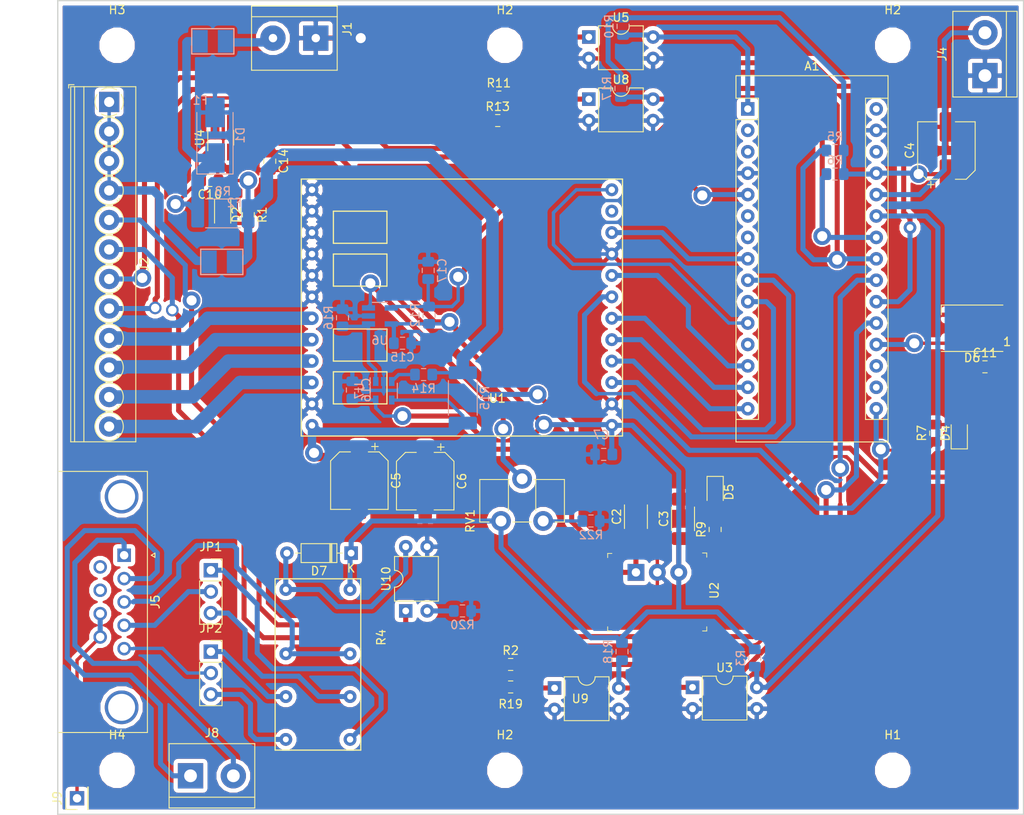
<source format=kicad_pcb>
(kicad_pcb (version 20171130) (host pcbnew "(5.0.1)-3")
  (layers (0 F.Cu signal) (31 B.Cu signal) (34 B.Paste user) (35 F.Paste user) (36 B.SilkS user) (37 F.SilkS user) (38 B.Mask user) (39 F.Mask user) (44 Edge.Cuts user))
  (net 0 "")
  (net 1 GND)
  (net 2 "Net-(F1-Pad2)")
  (net 3 DIR)
  (net 4 STEP)
  (net 5 SDO)
  (net 6 SDI)
  (net 7 SCK)
  (net 8 CSN)
  (net 9 MTR_ENA)
  (net 10 "Net-(U1-Pad11)")
  (net 11 +24V)
  (net 12 VCC)
  (net 13 "Net-(D2-Pad2)")
  (net 14 "Net-(D7-Pad2)")
  (net 15 Sonic24V)
  (net 16 "Net-(JP1-Pad1)")
  (net 17 "Net-(JP1-Pad3)")
  (net 18 "Net-(JP2-Pad1)")
  (net 19 "Net-(JP2-Pad3)")
  (net 20 "Net-(J5-Pad2)")
  (net 21 "Net-(J5-Pad1)")
  (net 22 PixelStrip)
  (net 23 StallGuard)
  (net 24 "Net-(C5-Pad1)")
  (net 25 "Net-(R19-Pad2)")
  (net 26 CycleStart)
  (net 27 "Net-(R16-Pad2)")
  (net 28 SDA)
  (net 29 "Net-(D4-Pad2)")
  (net 30 SCL)
  (net 31 "Net-(R11-Pad2)")
  (net 32 DoorOpen)
  (net 33 "Net-(R14-Pad1)")
  (net 34 OverCurrent)
  (net 35 "Net-(R13-Pad2)")
  (net 36 Relay_act)
  (net 37 "Net-(R22-Pad1)")
  (net 38 "Net-(D5-Pad2)")
  (net 39 WindowShut)
  (net 40 "Net-(RV1-Pad2)")
  (net 41 Pixel)
  (net 42 "Net-(D6-Pad2)")
  (net 43 BTN1)
  (net 44 BTN2)
  (net 45 SonicGND)
  (net 46 "Net-(J5-Pad6)")
  (net 47 "Net-(J5-Pad7)")
  (net 48 "Net-(J5-Pad0)")
  (net 49 "Net-(A1-Pad17)")
  (net 50 "Net-(A1-Pad2)")
  (net 51 "Net-(A1-Pad18)")
  (net 52 "Net-(A1-Pad3)")
  (net 53 "Net-(A1-Pad6)")
  (net 54 "Net-(A1-Pad7)")
  (net 55 "Net-(A1-Pad28)")
  (net 56 "Net-(A1-Pad30)")
  (net 57 "Net-(A1-Pad12)")
  (net 58 "Net-(C10-Pad2)")
  (net 59 "Net-(F2-Pad2)")
  (net 60 PistonTopBTN)
  (net 61 CycleStartBtn)
  (net 62 DoorOpenBTN)
  (net 63 WindowShutBTN)
  (net 64 A1)
  (net 65 A2)
  (net 66 B1)
  (net 67 B2)
  (net 68 "Net-(R2-Pad2)")
  (net 69 PistonTop)
  (net 70 "Net-(R20-Pad1)")
  (module Libs:LittleFuse_110F_24V (layer B.Cu) (at 113.919 75.692 180)
    (fp_text reference F2 (at 0 7 180) (layer B.SilkS) (effects (justify mirror)))
    (fp_text value 100-300mA)
    (pad 2 smd trapezoid (at 3 0 180) (size 1.8 2.7) (layers B.Cu B.Paste B.Mask) (net 59 "Net-(F2-Pad2)"))
    (pad 1 smd trapezoid (at 0 0 180) (size 1.8 2.7) (layers B.Cu B.Paste B.Mask) (net 11 +24V))
  )
  (module Libs:LittleFuse_110F_24V (layer B.Cu) (at 109.855 49.53)
    (fp_text reference F1 (at 0 7) (layer B.SilkS) (effects (justify mirror)))
    (fp_text value Polyfuse)
    (pad 1 smd trapezoid (at 0 0) (size 1.8 2.7) (layers B.Cu B.Paste B.Mask) (net 58 "Net-(C10-Pad2)"))
    (pad 2 smd trapezoid (at 3 0) (size 1.8 2.7) (layers B.Cu B.Paste B.Mask) (net 2 "Net-(F1-Pad2)"))
  )
  (module Connector_PinHeader_2.54mm:PinHeader_1x01_P2.54mm_Vertical (layer F.Cu) (at 95.25 139.319 90)
    (fp_text reference J9 (at 0 -2.33 90) (layer F.SilkS))
    (fp_text value SonicGND)
    (pad 1 thru_hole rect (at 0 0 90) (size 1.7 1.7) (drill 1) (layers *.Cu *.Mask) (net 45 SonicGND))
  )
  (module Libs:OMRON_G6A-274P-ST (layer F.Cu) (at 127.635 119.634 270)
    (fp_text reference R4 (at 0.6 -3.7 270) (layer F.SilkS))
    (fp_text value G6A-274P)
    (pad 1 thru_hole circle (at -5.08 0 270) (size 1.524 1.524) (drill 0.7) (layers *.Cu *.Mask) (net 12 VCC))
    (pad 16 thru_hole circle (at -5.08 7.62 270) (size 1.524 1.524) (drill 0.7) (layers *.Cu *.Mask) (net 14 "Net-(D7-Pad2)"))
    (pad 13 thru_hole circle (at 2.54 7.62 270) (size 1.524 1.524) (drill 0.7) (layers *.Cu *.Mask) (net 15 Sonic24V))
    (pad 11 thru_hole circle (at 7.62 7.62 270) (size 1.524 1.524) (drill 0.7) (layers *.Cu *.Mask) (net 18 "Net-(JP2-Pad1)"))
    (pad 9 thru_hole circle (at 12.7 7.62 270) (size 1.524 1.524) (drill 0.7) (layers *.Cu *.Mask) (net 19 "Net-(JP2-Pad3)"))
    (pad 4 thru_hole circle (at 2.54 0 270) (size 1.524 1.524) (drill 0.7) (layers *.Cu *.Mask) (net 15 Sonic24V))
    (pad 6 thru_hole circle (at 7.62 0 270) (size 1.524 1.524) (drill 0.7) (layers *.Cu *.Mask) (net 17 "Net-(JP1-Pad3)"))
    (pad 8 thru_hole circle (at 12.7 0 270) (size 1.524 1.524) (drill 0.762) (layers *.Cu *.Mask) (net 16 "Net-(JP1-Pad1)"))
  )
  (module Package_DIP:DIP-4_W7.62mm (layer F.Cu) (at 168.257001 126.162001)
    (fp_text reference U3 (at 3.81 -2.33) (layer F.SilkS))
    (fp_text value PC817)
    (pad 1 thru_hole rect (at 0 0) (size 1.6 1.6) (drill 0.8) (layers *.Cu *.Mask) (net 68 "Net-(R2-Pad2)"))
    (pad 3 thru_hole oval (at 7.62 2.54) (size 1.6 1.6) (drill 0.8) (layers *.Cu *.Mask) (net 1 GND))
    (pad 2 thru_hole oval (at 0 2.54) (size 1.6 1.6) (drill 0.8) (layers *.Cu *.Mask) (net 1 GND))
    (pad 4 thru_hole oval (at 7.62 0) (size 1.6 1.6) (drill 0.8) (layers *.Cu *.Mask) (net 69 PistonTop))
  )
  (module Resistor_SMD:R_0805_2012Metric_Pad1.15x1.40mm_HandSolder (layer B.Cu) (at 175.641 122.682 270)
    (fp_text reference R3 (at 0 1.65 270) (layer B.SilkS) (effects (justify mirror)))
    (fp_text value 10K)
    (pad 2 smd roundrect (at 1.025 0 270) (size 1.15 1.4) (layers B.Cu B.Paste B.Mask) (roundrect_rratio 0.217391) (net 69 PistonTop))
    (pad 1 smd roundrect (at -1.025 0 270) (size 1.15 1.4) (layers B.Cu B.Paste B.Mask) (roundrect_rratio 0.217391) (net 12 VCC))
  )
  (module Resistor_SMD:R_0805_2012Metric_Pad1.15x1.40mm_HandSolder (layer F.Cu) (at 146.685 123.444)
    (fp_text reference R2 (at 0 -1.65) (layer F.SilkS))
    (fp_text value 1K-2K)
    (pad 1 smd roundrect (at -1.025 0) (size 1.15 1.4) (layers F.Cu F.Paste F.Mask) (roundrect_rratio 0.217391) (net 60 PistonTopBTN))
    (pad 2 smd roundrect (at 1.025 0) (size 1.15 1.4) (layers F.Cu F.Paste F.Mask) (roundrect_rratio 0.217391) (net 68 "Net-(R2-Pad2)"))
  )
  (module TerminalBlock_Phoenix:TerminalBlock_Phoenix_PT-1,5-12-3.5-H_1x12_P3.50mm_Horizontal (layer F.Cu) (at 99.06 56.724 270)
    (fp_text reference J2 (at 19.25 -4.16 270) (layer F.SilkS))
    (fp_text value Screw_Terminal_01x12)
    (pad 1 thru_hole rect (at 0 0 270) (size 2.4 2.4) (drill 1.2) (layers *.Cu *.Mask) (net 59 "Net-(F2-Pad2)"))
    (pad 2 thru_hole circle (at 3.5 0 270) (size 2.4 2.4) (drill 1.2) (layers *.Cu *.Mask) (net 59 "Net-(F2-Pad2)"))
    (pad 3 thru_hole circle (at 7 0 270) (size 2.4 2.4) (drill 1.2) (layers *.Cu *.Mask) (net 59 "Net-(F2-Pad2)"))
    (pad 4 thru_hole circle (at 10.5 0 270) (size 2.4 2.4) (drill 1.2) (layers *.Cu *.Mask) (net 59 "Net-(F2-Pad2)"))
    (pad 5 thru_hole circle (at 14 0 270) (size 2.4 2.4) (drill 1.2) (layers *.Cu *.Mask) (net 60 PistonTopBTN))
    (pad 6 thru_hole circle (at 17.5 0 270) (size 2.4 2.4) (drill 1.2) (layers *.Cu *.Mask) (net 61 CycleStartBtn))
    (pad 7 thru_hole circle (at 21 0 270) (size 2.4 2.4) (drill 1.2) (layers *.Cu *.Mask) (net 62 DoorOpenBTN))
    (pad 8 thru_hole circle (at 24.5 0 270) (size 2.4 2.4) (drill 1.2) (layers *.Cu *.Mask) (net 63 WindowShutBTN))
    (pad 9 thru_hole circle (at 28 0 270) (size 2.4 2.4) (drill 1.2) (layers *.Cu *.Mask) (net 67 B2))
    (pad 10 thru_hole circle (at 31.5 0 270) (size 2.4 2.4) (drill 1.2) (layers *.Cu *.Mask) (net 66 B1))
    (pad 11 thru_hole circle (at 35 0 270) (size 2.4 2.4) (drill 1.2) (layers *.Cu *.Mask) (net 65 A2))
    (pad 12 thru_hole circle (at 38.5 0 270) (size 2.4 2.4) (drill 1.2) (layers *.Cu *.Mask) (net 64 A1))
  )
  (module TerminalBlock:TerminalBlock_bornier-2_P5.08mm (layer F.Cu) (at 123.571 49.149 180)
    (fp_text reference J1 (at -3.73 1.06 270) (layer F.SilkS))
    (fp_text value Vin)
    (pad 1 thru_hole rect (at 0 0 180) (size 3 3) (drill 1) (layers *.Cu *.Mask) (net 1 GND))
    (pad 2 thru_hole circle (at 5.08 0 180) (size 3 3) (drill 1) (layers *.Cu *.Mask) (net 2 "Net-(F1-Pad2)"))
  )
  (module Capacitor_SMD:C_2010_5025Metric_Pad1.52x2.65mm_HandSolder (layer F.Cu) (at 161.544 105.918 90)
    (fp_text reference C2 (at 0 -2.28 90) (layer F.SilkS))
    (fp_text value 10uF/50V)
    (pad 2 smd roundrect (at 2.3375 0 90) (size 1.525 2.65) (layers F.Cu F.Paste F.Mask) (roundrect_rratio 0.163934) (net 1 GND))
    (pad 1 smd roundrect (at -2.3375 0 90) (size 1.525 2.65) (layers F.Cu F.Paste F.Mask) (roundrect_rratio 0.163934) (net 11 +24V))
  )
  (module Capacitor_SMD:C_2010_5025Metric_Pad1.52x2.65mm_HandSolder (layer F.Cu) (at 167.132 106.172 90)
    (fp_text reference C3 (at 0 -2.28 90) (layer F.SilkS))
    (fp_text value 22uF/16V)
    (pad 1 smd roundrect (at -2.3375 0 90) (size 1.525 2.65) (layers F.Cu F.Paste F.Mask) (roundrect_rratio 0.163934) (net 12 VCC))
    (pad 2 smd roundrect (at 2.3375 0 90) (size 1.525 2.65) (layers F.Cu F.Paste F.Mask) (roundrect_rratio 0.163934) (net 1 GND))
  )
  (module Module:Arduino_Nano (layer F.Cu) (at 174.81 57.55)
    (fp_text reference A1 (at 7.62 -5.08) (layer F.SilkS))
    (fp_text value Arduino_Nano_v3.x)
    (pad 1 thru_hole rect (at 0 0) (size 1.6 1.6) (drill 0.85) (layers *.Cu *.Mask) (net 32 DoorOpen))
    (pad 17 thru_hole oval (at 15.24 33.02) (size 1.6 1.6) (drill 0.8) (layers *.Cu *.Mask) (net 49 "Net-(A1-Pad17)"))
    (pad 2 thru_hole oval (at 0 2.54) (size 1.6 1.6) (drill 0.8) (layers *.Cu *.Mask) (net 50 "Net-(A1-Pad2)"))
    (pad 18 thru_hole oval (at 15.24 30.48) (size 1.6 1.6) (drill 0.8) (layers *.Cu *.Mask) (net 51 "Net-(A1-Pad18)"))
    (pad 3 thru_hole oval (at 0 5.08) (size 1.6 1.6) (drill 0.8) (layers *.Cu *.Mask) (net 52 "Net-(A1-Pad3)"))
    (pad 19 thru_hole oval (at 15.24 27.94) (size 1.6 1.6) (drill 0.8) (layers *.Cu *.Mask) (net 41 Pixel))
    (pad 4 thru_hole oval (at 0 7.62) (size 1.6 1.6) (drill 0.8) (layers *.Cu *.Mask) (net 1 GND))
    (pad 20 thru_hole oval (at 15.24 25.4) (size 1.6 1.6) (drill 0.8) (layers *.Cu *.Mask) (net 36 Relay_act))
    (pad 5 thru_hole oval (at 0 10.16) (size 1.6 1.6) (drill 0.8) (layers *.Cu *.Mask) (net 34 OverCurrent))
    (pad 21 thru_hole oval (at 15.24 22.86) (size 1.6 1.6) (drill 0.8) (layers *.Cu *.Mask) (net 39 WindowShut))
    (pad 6 thru_hole oval (at 0 12.7) (size 1.6 1.6) (drill 0.8) (layers *.Cu *.Mask) (net 53 "Net-(A1-Pad6)"))
    (pad 22 thru_hole oval (at 15.24 20.32) (size 1.6 1.6) (drill 0.8) (layers *.Cu *.Mask) (net 26 CycleStart))
    (pad 7 thru_hole oval (at 0 15.24) (size 1.6 1.6) (drill 0.8) (layers *.Cu *.Mask) (net 54 "Net-(A1-Pad7)"))
    (pad 23 thru_hole oval (at 15.24 17.78) (size 1.6 1.6) (drill 0.8) (layers *.Cu *.Mask) (net 28 SDA))
    (pad 8 thru_hole oval (at 0 17.78) (size 1.6 1.6) (drill 0.8) (layers *.Cu *.Mask) (net 9 MTR_ENA))
    (pad 24 thru_hole oval (at 15.24 15.24) (size 1.6 1.6) (drill 0.8) (layers *.Cu *.Mask) (net 30 SCL))
    (pad 9 thru_hole oval (at 0 20.32) (size 1.6 1.6) (drill 0.8) (layers *.Cu *.Mask) (net 3 DIR))
    (pad 25 thru_hole oval (at 15.24 12.7) (size 1.6 1.6) (drill 0.8) (layers *.Cu *.Mask) (net 69 PistonTop))
    (pad 10 thru_hole oval (at 0 22.86) (size 1.6 1.6) (drill 0.8) (layers *.Cu *.Mask) (net 4 STEP))
    (pad 26 thru_hole oval (at 15.24 10.16) (size 1.6 1.6) (drill 0.8) (layers *.Cu *.Mask) (net 22 PixelStrip))
    (pad 11 thru_hole oval (at 0 25.4) (size 1.6 1.6) (drill 0.8) (layers *.Cu *.Mask) (net 23 StallGuard))
    (pad 27 thru_hole oval (at 15.24 7.62) (size 1.6 1.6) (drill 0.8) (layers *.Cu *.Mask) (net 12 VCC))
    (pad 12 thru_hole oval (at 0 27.94) (size 1.6 1.6) (drill 0.8) (layers *.Cu *.Mask) (net 57 "Net-(A1-Pad12)"))
    (pad 28 thru_hole oval (at 15.24 5.08) (size 1.6 1.6) (drill 0.8) (layers *.Cu *.Mask) (net 55 "Net-(A1-Pad28)"))
    (pad 13 thru_hole oval (at 0 30.48) (size 1.6 1.6) (drill 0.8) (layers *.Cu *.Mask) (net 8 CSN))
    (pad 29 thru_hole oval (at 15.24 2.54) (size 1.6 1.6) (drill 0.8) (layers *.Cu *.Mask) (net 1 GND))
    (pad 14 thru_hole oval (at 0 33.02) (size 1.6 1.6) (drill 0.8) (layers *.Cu *.Mask) (net 6 SDI))
    (pad 30 thru_hole oval (at 15.24 0) (size 1.6 1.6) (drill 0.8) (layers *.Cu *.Mask) (net 56 "Net-(A1-Pad30)"))
    (pad 15 thru_hole oval (at 0 35.56) (size 1.6 1.6) (drill 0.8) (layers *.Cu *.Mask) (net 5 SDO))
    (pad 16 thru_hole oval (at 15.24 35.56) (size 1.6 1.6) (drill 0.8) (layers *.Cu *.Mask) (net 7 SCK))
  )
  (module digikey-footprints:3-SIP_Module_V7805-1000 (layer F.Cu) (at 161.544 112.522)
    (fp_text reference U2 (at 9.3 2.15 90) (layer F.SilkS))
    (fp_text value V7805-1000)
    (pad 1 thru_hole rect (at 0 0) (size 2 2) (drill 1) (layers *.Cu *.Mask) (net 11 +24V))
    (pad 2 thru_hole circle (at 2.54 0) (size 2 2) (drill 1) (layers *.Cu *.Mask) (net 1 GND))
    (pad 3 thru_hole circle (at 5.08 0) (size 2 2) (drill 1) (layers *.Cu *.Mask) (net 12 VCC))
  )
  (module MountingHole:MountingHole_3.2mm_M3 (layer F.Cu) (at 146 136)
    (fp_text reference H2 (at 0 -4.2) (layer F.SilkS))
    (fp_text value MountingHole)
    (pad 1 np_thru_hole circle (at 0 0) (size 3.2 3.2) (drill 3.2) (layers *.Cu *.Mask))
  )
  (module MountingHole:MountingHole_3.2mm_M3 (layer F.Cu) (at 146 50)
    (fp_text reference H2 (at 0 -4.2) (layer F.SilkS))
    (fp_text value MountingHole)
    (pad 1 np_thru_hole circle (at 0 0) (size 3.2 3.2) (drill 3.2) (layers *.Cu *.Mask))
  )
  (module Capacitor_SMD:CP_Elec_6.3x5.4 (layer F.Cu) (at 198.374 62.484 90)
    (fp_text reference C4 (at 0 -4.35 90) (layer F.SilkS))
    (fp_text value 68uf)
    (pad 1 smd roundrect (at -2.8 0 90) (size 3.5 1.6) (layers F.Cu F.Paste F.Mask) (roundrect_rratio 0.15625) (net 12 VCC))
    (pad 2 smd roundrect (at 2.8 0 90) (size 3.5 1.6) (layers F.Cu F.Paste F.Mask) (roundrect_rratio 0.15625) (net 1 GND))
  )
  (module Capacitor_SMD:CP_Elec_6.3x5.4 (layer F.Cu) (at 128.74 101.64 270)
    (fp_text reference C5 (at 0 -4.35 270) (layer F.SilkS))
    (fp_text value 47uF)
    (pad 2 smd roundrect (at 2.8 0 270) (size 3.5 1.6) (layers F.Cu F.Paste F.Mask) (roundrect_rratio 0.15625) (net 1 GND))
    (pad 1 smd roundrect (at -2.8 0 270) (size 3.5 1.6) (layers F.Cu F.Paste F.Mask) (roundrect_rratio 0.15625) (net 24 "Net-(C5-Pad1)"))
  )
  (module Capacitor_SMD:CP_Elec_6.3x5.4 (layer F.Cu) (at 136.55 101.7 270)
    (fp_text reference C6 (at 0 -4.35 270) (layer F.SilkS))
    (fp_text value 47uF)
    (pad 1 smd roundrect (at -2.8 0 270) (size 3.5 1.6) (layers F.Cu F.Paste F.Mask) (roundrect_rratio 0.15625) (net 24 "Net-(C5-Pad1)"))
    (pad 2 smd roundrect (at 2.8 0 270) (size 3.5 1.6) (layers F.Cu F.Paste F.Mask) (roundrect_rratio 0.15625) (net 1 GND))
  )
  (module Capacitor_SMD:C_0805_2012Metric_Pad1.15x1.40mm_HandSolder (layer B.Cu) (at 136.906 76.708 90)
    (fp_text reference C17 (at 0 1.65 90) (layer B.SilkS) (effects (justify mirror)))
    (fp_text value 15pF)
    (pad 1 smd roundrect (at -1.025 0 90) (size 1.15 1.4) (layers B.Cu B.Paste B.Mask) (roundrect_rratio 0.217391) (net 34 OverCurrent))
    (pad 2 smd roundrect (at 1.025 0 90) (size 1.15 1.4) (layers B.Cu B.Paste B.Mask) (roundrect_rratio 0.217391) (net 1 GND))
  )
  (module Capacitor_SMD:C_0805_2012Metric_Pad1.15x1.40mm_HandSolder (layer B.Cu) (at 127.91 90.89 90)
    (fp_text reference C16 (at 0 1.65 90) (layer B.SilkS) (effects (justify mirror)))
    (fp_text value 100n)
    (pad 2 smd roundrect (at 1.025 0 90) (size 1.15 1.4) (layers B.Cu B.Paste B.Mask) (roundrect_rratio 0.217391) (net 1 GND))
    (pad 1 smd roundrect (at -1.025 0 90) (size 1.15 1.4) (layers B.Cu B.Paste B.Mask) (roundrect_rratio 0.217391) (net 12 VCC))
  )
  (module Capacitor_SMD:C_0805_2012Metric_Pad1.15x1.40mm_HandSolder (layer B.Cu) (at 133.858 85.344)
    (fp_text reference C15 (at 0 1.65) (layer B.SilkS) (effects (justify mirror)))
    (fp_text value 100n)
    (pad 1 smd roundrect (at -1.025 0) (size 1.15 1.4) (layers B.Cu B.Paste B.Mask) (roundrect_rratio 0.217391) (net 12 VCC))
    (pad 2 smd roundrect (at 1.025 0) (size 1.15 1.4) (layers B.Cu B.Paste B.Mask) (roundrect_rratio 0.217391) (net 1 GND))
  )
  (module Capacitor_SMD:C_0805_2012Metric_Pad1.15x1.40mm_HandSolder (layer F.Cu) (at 118.11 63.754 270)
    (fp_text reference C14 (at 0 -1.65 270) (layer F.SilkS))
    (fp_text value 100n)
    (pad 2 smd roundrect (at 1.025 0 270) (size 1.15 1.4) (layers F.Cu F.Paste F.Mask) (roundrect_rratio 0.217391) (net 1 GND))
    (pad 1 smd roundrect (at -1.025 0 270) (size 1.15 1.4) (layers F.Cu F.Paste F.Mask) (roundrect_rratio 0.217391) (net 12 VCC))
  )
  (module Capacitor_SMD:C_0805_2012Metric_Pad1.15x1.40mm_HandSolder (layer F.Cu) (at 202.946 88.138)
    (fp_text reference C11 (at 0 -1.65) (layer F.SilkS))
    (fp_text value 100n)
    (pad 2 smd roundrect (at 1.025 0) (size 1.15 1.4) (layers F.Cu F.Paste F.Mask) (roundrect_rratio 0.217391) (net 12 VCC))
    (pad 1 smd roundrect (at -1.025 0) (size 1.15 1.4) (layers F.Cu F.Paste F.Mask) (roundrect_rratio 0.217391) (net 1 GND))
  )
  (module Capacitor_SMD:C_0805_2012Metric_Pad1.15x1.40mm_HandSolder (layer F.Cu) (at 110.998 66.04 180)
    (fp_text reference C10 (at 0 -1.65 180) (layer F.SilkS))
    (fp_text value 10p)
    (pad 1 smd roundrect (at -1.025 0 180) (size 1.15 1.4) (layers F.Cu F.Paste F.Mask) (roundrect_rratio 0.217391) (net 11 +24V))
    (pad 2 smd roundrect (at 1.025 0 180) (size 1.15 1.4) (layers F.Cu F.Paste F.Mask) (roundrect_rratio 0.217391) (net 58 "Net-(C10-Pad2)"))
  )
  (module Capacitor_SMD:C_0805_2012Metric_Pad1.15x1.40mm_HandSolder (layer B.Cu) (at 157.72 98.53 180)
    (fp_text reference C7 (at 0.295 2.32 180) (layer B.SilkS) (effects (justify mirror)))
    (fp_text value 100n)
    (pad 2 smd roundrect (at 1.025 0 180) (size 1.15 1.4) (layers B.Cu B.Paste B.Mask) (roundrect_rratio 0.217391) (net 1 GND))
    (pad 1 smd roundrect (at -1.025 0 180) (size 1.15 1.4) (layers B.Cu B.Paste B.Mask) (roundrect_rratio 0.217391) (net 12 VCC))
  )
  (module Connector_Dsub:DSUB-9_Male_Horizontal_P2.77x2.84mm_EdgePinOffset4.94mm_Housed_MountingHolesOffset7.48mm (layer F.Cu) (at 100.838 110.49 270)
    (fp_text reference J5 (at 5.54 -3.7 270) (layer F.SilkS))
    (fp_text value "Swiss Sonic cable")
    (pad 1 thru_hole rect (at 0 0 270) (size 1.6 1.6) (drill 1) (layers *.Cu *.Mask) (net 21 "Net-(J5-Pad1)"))
    (pad 2 thru_hole circle (at 2.77 0 270) (size 1.6 1.6) (drill 1) (layers *.Cu *.Mask) (net 20 "Net-(J5-Pad2)"))
    (pad 3 thru_hole circle (at 5.54 0 270) (size 1.6 1.6) (drill 1) (layers *.Cu *.Mask) (net 15 Sonic24V))
    (pad 4 thru_hole circle (at 8.31 0 270) (size 1.6 1.6) (drill 1) (layers *.Cu *.Mask) (net 43 BTN1))
    (pad 5 thru_hole circle (at 11.08 0 270) (size 1.6 1.6) (drill 1) (layers *.Cu *.Mask) (net 44 BTN2))
    (pad 6 thru_hole circle (at 1.385 2.84 270) (size 1.6 1.6) (drill 1) (layers *.Cu *.Mask) (net 46 "Net-(J5-Pad6)"))
    (pad 7 thru_hole circle (at 4.155 2.84 270) (size 1.6 1.6) (drill 1) (layers *.Cu *.Mask) (net 47 "Net-(J5-Pad7)"))
    (pad 8 thru_hole circle (at 6.925 2.84 270) (size 1.6 1.6) (drill 1) (layers *.Cu *.Mask) (net 45 SonicGND))
    (pad 9 thru_hole circle (at 9.695 2.84 270) (size 1.6 1.6) (drill 1) (layers *.Cu *.Mask) (net 45 SonicGND))
    (pad 0 thru_hole circle (at -6.96 0.3 270) (size 4 4) (drill 3.2) (layers *.Cu *.Mask) (net 48 "Net-(J5-Pad0)"))
    (pad 0 thru_hole circle (at 18.04 0.3 270) (size 4 4) (drill 3.2) (layers *.Cu *.Mask) (net 48 "Net-(J5-Pad0)"))
  )
  (module Connector_PinSocket_2.54mm:PinSocket_1x03_P2.54mm_Vertical (layer F.Cu) (at 111.125 121.92)
    (fp_text reference JP2 (at 0 -2.77) (layer F.SilkS))
    (fp_text value Btn2jumper)
    (pad 3 thru_hole oval (at 0 5.08) (size 1.7 1.7) (drill 1) (layers *.Cu *.Mask) (net 19 "Net-(JP2-Pad3)"))
    (pad 2 thru_hole oval (at 0 2.54) (size 1.7 1.7) (drill 1) (layers *.Cu *.Mask) (net 44 BTN2))
    (pad 1 thru_hole rect (at 0 0) (size 1.7 1.7) (drill 1) (layers *.Cu *.Mask) (net 18 "Net-(JP2-Pad1)"))
  )
  (module Connector_PinSocket_2.54mm:PinSocket_1x03_P2.54mm_Vertical (layer F.Cu) (at 111.125 112.268)
    (fp_text reference JP1 (at 0 -2.77) (layer F.SilkS))
    (fp_text value Btn1jumper)
    (pad 1 thru_hole rect (at 0 0) (size 1.7 1.7) (drill 1) (layers *.Cu *.Mask) (net 16 "Net-(JP1-Pad1)"))
    (pad 2 thru_hole oval (at 0 2.54) (size 1.7 1.7) (drill 1) (layers *.Cu *.Mask) (net 43 BTN1))
    (pad 3 thru_hole oval (at 0 5.08) (size 1.7 1.7) (drill 1) (layers *.Cu *.Mask) (net 17 "Net-(JP1-Pad3)"))
  )
  (module Diode_SMD:D_0805_2012Metric_Pad1.15x1.40mm_HandSolder (layer F.Cu) (at 112.522 70.095 270)
    (fp_text reference D2 (at 0 -1.65 270) (layer F.SilkS))
    (fp_text value Green)
    (pad 1 smd roundrect (at -1.025 0 270) (size 1.15 1.4) (layers F.Cu F.Paste F.Mask) (roundrect_rratio 0.217391) (net 1 GND))
    (pad 2 smd roundrect (at 1.025 0 270) (size 1.15 1.4) (layers F.Cu F.Paste F.Mask) (roundrect_rratio 0.217391) (net 13 "Net-(D2-Pad2)"))
  )
  (module Diode_SMD:D_0805_2012Metric_Pad1.15x1.40mm_HandSolder (layer F.Cu) (at 199.898 96.012 90)
    (fp_text reference D4 (at 0 -1.65 90) (layer F.SilkS))
    (fp_text value Green)
    (pad 2 smd roundrect (at 1.025 0 90) (size 1.15 1.4) (layers F.Cu F.Paste F.Mask) (roundrect_rratio 0.217391) (net 29 "Net-(D4-Pad2)"))
    (pad 1 smd roundrect (at -1.025 0 90) (size 1.15 1.4) (layers F.Cu F.Paste F.Mask) (roundrect_rratio 0.217391) (net 1 GND))
  )
  (module Diode_SMD:D_0805_2012Metric_Pad1.15x1.40mm_HandSolder (layer F.Cu) (at 170.942 102.997 270)
    (fp_text reference D5 (at 0 -1.65 270) (layer F.SilkS))
    (fp_text value Green)
    (pad 1 smd roundrect (at -1.025 0 270) (size 1.15 1.4) (layers F.Cu F.Paste F.Mask) (roundrect_rratio 0.217391) (net 1 GND))
    (pad 2 smd roundrect (at 1.025 0 270) (size 1.15 1.4) (layers F.Cu F.Paste F.Mask) (roundrect_rratio 0.217391) (net 38 "Net-(D5-Pad2)"))
  )
  (module Diode_SMD:D_SMB_Handsoldering (layer B.Cu) (at 111.61 60.67 90)
    (fp_text reference D1 (at 0 3 90) (layer B.SilkS) (effects (justify mirror)))
    (fp_text value D_Schottky)
    (pad 2 smd rect (at 2.7 0 90) (size 3.5 2.3) (layers B.Cu B.Paste B.Mask) (net 1 GND))
    (pad 1 smd rect (at -2.7 0 90) (size 3.5 2.3) (layers B.Cu B.Paste B.Mask) (net 58 "Net-(C10-Pad2)"))
  )
  (module Diode_THT:D_DO-35_SOD27_P7.62mm_Horizontal (layer F.Cu) (at 127.762 110.236 180)
    (fp_text reference D7 (at 3.81 -2.12 180) (layer F.SilkS))
    (fp_text value 1N4148)
    (fp_text user K (at 0 -1.8 180) (layer F.SilkS))
    (pad 1 thru_hole rect (at 0 0 180) (size 1.6 1.6) (drill 0.8) (layers *.Cu *.Mask) (net 12 VCC))
    (pad 2 thru_hole oval (at 7.62 0 180) (size 1.6 1.6) (drill 0.8) (layers *.Cu *.Mask) (net 14 "Net-(D7-Pad2)"))
  )
  (module LED_SMD:LED_WS2812B_PLCC4_5.0x5.0mm_P3.2mm (layer F.Cu) (at 201.422 83.566 180)
    (fp_text reference D6 (at 0 -3.5 180) (layer F.SilkS))
    (fp_text value WS2812B)
    (fp_text user 1 (at -4.15 -1.6 180) (layer F.SilkS))
    (pad 3 smd rect (at 2.45 1.6 180) (size 1.5 1) (layers F.Cu F.Paste F.Mask) (net 1 GND))
    (pad 4 smd rect (at 2.45 -1.6 180) (size 1.5 1) (layers F.Cu F.Paste F.Mask) (net 41 Pixel))
    (pad 2 smd rect (at -2.45 1.6 180) (size 1.5 1) (layers F.Cu F.Paste F.Mask) (net 42 "Net-(D6-Pad2)"))
    (pad 1 smd rect (at -2.45 -1.6 180) (size 1.5 1) (layers F.Cu F.Paste F.Mask) (net 12 VCC))
  )
  (module MountingHole:MountingHole_3.2mm_M3 (layer F.Cu) (at 100 136)
    (fp_text reference H4 (at 0 -4.2) (layer F.SilkS))
    (fp_text value MountingHole)
    (pad 1 np_thru_hole circle (at 0 0) (size 3.2 3.2) (drill 3.2) (layers *.Cu *.Mask))
  )
  (module MountingHole:MountingHole_3.2mm_M3 (layer F.Cu) (at 100 50)
    (fp_text reference H3 (at 0 -4.2) (layer F.SilkS))
    (fp_text value MountingHole)
    (pad 1 np_thru_hole circle (at 0 0) (size 3.2 3.2) (drill 3.2) (layers *.Cu *.Mask))
  )
  (module MountingHole:MountingHole_3.2mm_M3 (layer F.Cu) (at 192 136)
    (fp_text reference H1 (at 0 -4.2) (layer F.SilkS))
    (fp_text value MountingHole)
    (pad 1 np_thru_hole circle (at 0 0) (size 3.2 3.2) (drill 3.2) (layers *.Cu *.Mask))
  )
  (module MountingHole:MountingHole_3.2mm_M3 (layer F.Cu) (at 192 50)
    (fp_text reference H2 (at 0 -4.2) (layer F.SilkS))
    (fp_text value MountingHole)
    (pad 1 np_thru_hole circle (at 0 0) (size 3.2 3.2) (drill 3.2) (layers *.Cu *.Mask))
  )
  (module Package_DIP:DIP-4_W7.62mm (layer F.Cu) (at 134.239 117.094 90)
    (fp_text reference U10 (at 3.81 -2.33 90) (layer F.SilkS))
    (fp_text value PC817)
    (pad 4 thru_hole oval (at 7.62 0 90) (size 1.6 1.6) (drill 0.8) (layers *.Cu *.Mask) (net 14 "Net-(D7-Pad2)"))
    (pad 2 thru_hole oval (at 0 2.54 90) (size 1.6 1.6) (drill 0.8) (layers *.Cu *.Mask) (net 70 "Net-(R20-Pad1)"))
    (pad 3 thru_hole oval (at 7.62 2.54 90) (size 1.6 1.6) (drill 0.8) (layers *.Cu *.Mask) (net 1 GND))
    (pad 1 thru_hole rect (at 0 0 90) (size 1.6 1.6) (drill 0.8) (layers *.Cu *.Mask) (net 36 Relay_act))
  )
  (module Package_DIP:DIP-4_W7.62mm (layer F.Cu) (at 151.892 126.238)
    (fp_text reference U9 (at 3.048 1.27) (layer F.SilkS))
    (fp_text value PC817)
    (pad 1 thru_hole rect (at 0 0) (size 1.6 1.6) (drill 0.8) (layers *.Cu *.Mask) (net 25 "Net-(R19-Pad2)"))
    (pad 3 thru_hole oval (at 7.62 2.54) (size 1.6 1.6) (drill 0.8) (layers *.Cu *.Mask) (net 1 GND))
    (pad 2 thru_hole oval (at 0 2.54) (size 1.6 1.6) (drill 0.8) (layers *.Cu *.Mask) (net 1 GND))
    (pad 4 thru_hole oval (at 7.62 0) (size 1.6 1.6) (drill 0.8) (layers *.Cu *.Mask) (net 26 CycleStart))
  )
  (module Package_DIP:DIP-4_W7.62mm (layer F.Cu) (at 155.956 56.388)
    (fp_text reference U8 (at 3.81 -2.33) (layer F.SilkS))
    (fp_text value PC817)
    (pad 4 thru_hole oval (at 7.62 0) (size 1.6 1.6) (drill 0.8) (layers *.Cu *.Mask) (net 39 WindowShut))
    (pad 2 thru_hole oval (at 0 2.54) (size 1.6 1.6) (drill 0.8) (layers *.Cu *.Mask) (net 1 GND))
    (pad 3 thru_hole oval (at 7.62 2.54) (size 1.6 1.6) (drill 0.8) (layers *.Cu *.Mask) (net 1 GND))
    (pad 1 thru_hole rect (at 0 0) (size 1.6 1.6) (drill 0.8) (layers *.Cu *.Mask) (net 35 "Net-(R13-Pad2)"))
  )
  (module Package_DIP:DIP-4_W7.62mm (layer F.Cu) (at 155.956 49.022)
    (fp_text reference U5 (at 3.81 -2.33) (layer F.SilkS))
    (fp_text value PC817)
    (pad 1 thru_hole rect (at 0 0) (size 1.6 1.6) (drill 0.8) (layers *.Cu *.Mask) (net 31 "Net-(R11-Pad2)"))
    (pad 3 thru_hole oval (at 7.62 2.54) (size 1.6 1.6) (drill 0.8) (layers *.Cu *.Mask) (net 1 GND))
    (pad 2 thru_hole oval (at 0 2.54) (size 1.6 1.6) (drill 0.8) (layers *.Cu *.Mask) (net 1 GND))
    (pad 4 thru_hole oval (at 7.62 0) (size 1.6 1.6) (drill 0.8) (layers *.Cu *.Mask) (net 32 DoorOpen))
  )
  (module Package_TO_SOT_SMD:SOT-23-5 (layer B.Cu) (at 131.63 90.98 270)
    (fp_text reference U7 (at 0 2.9 270) (layer B.SilkS) (effects (justify mirror)))
    (fp_text value LT6106)
    (pad 1 smd rect (at -1.1 0.95 270) (size 1.06 0.65) (layers B.Cu B.Paste B.Mask) (net 27 "Net-(R16-Pad2)"))
    (pad 2 smd rect (at -1.1 0 270) (size 1.06 0.65) (layers B.Cu B.Paste B.Mask) (net 1 GND))
    (pad 3 smd rect (at -1.1 -0.95 270) (size 1.06 0.65) (layers B.Cu B.Paste B.Mask) (net 33 "Net-(R14-Pad1)"))
    (pad 4 smd rect (at 1.1 -0.95 270) (size 1.06 0.65) (layers B.Cu B.Paste B.Mask) (net 24 "Net-(C5-Pad1)"))
    (pad 5 smd rect (at 1.1 0.95 270) (size 1.06 0.65) (layers B.Cu B.Paste B.Mask) (net 12 VCC))
  )
  (module Package_TO_SOT_SMD:SOT-23-5_HandSoldering (layer B.Cu) (at 131.17 82.106)
    (fp_text reference U6 (at 0 2.9) (layer B.SilkS) (effects (justify mirror)))
    (fp_text value LMV331)
    (pad 1 smd rect (at -1.35 0.95) (size 1.56 0.65) (layers B.Cu B.Paste B.Mask) (net 27 "Net-(R16-Pad2)"))
    (pad 2 smd rect (at -1.35 0) (size 1.56 0.65) (layers B.Cu B.Paste B.Mask) (net 1 GND))
    (pad 3 smd rect (at -1.35 -0.95) (size 1.56 0.65) (layers B.Cu B.Paste B.Mask) (net 40 "Net-(RV1-Pad2)"))
    (pad 4 smd rect (at 1.35 -0.95) (size 1.56 0.65) (layers B.Cu B.Paste B.Mask) (net 34 OverCurrent))
    (pad 5 smd rect (at 1.35 0.95) (size 1.56 0.65) (layers B.Cu B.Paste B.Mask) (net 12 VCC))
  )
  (module Package_TO_SOT_SMD:TSOT-23-8_HandSoldering (layer F.Cu) (at 112.268 60.96 90)
    (fp_text reference U4 (at 0 -2.45 90) (layer F.SilkS))
    (fp_text value INA219)
    (pad 1 smd rect (at -1.71 -0.97 90) (size 2 0.4) (layers F.Cu F.Paste F.Mask) (net 58 "Net-(C10-Pad2)"))
    (pad 2 smd rect (at -1.71 -0.33 90) (size 2 0.4) (layers F.Cu F.Paste F.Mask) (net 11 +24V))
    (pad 3 smd rect (at -1.71 0.33 90) (size 2 0.4) (layers F.Cu F.Paste F.Mask) (net 1 GND))
    (pad 4 smd rect (at -1.71 0.97 90) (size 2 0.4) (layers F.Cu F.Paste F.Mask) (net 12 VCC))
    (pad 5 smd rect (at 1.71 0.97 90) (size 2 0.4) (layers F.Cu F.Paste F.Mask) (net 30 SCL))
    (pad 6 smd rect (at 1.71 0.33 90) (size 2 0.4) (layers F.Cu F.Paste F.Mask) (net 28 SDA))
    (pad 7 smd rect (at 1.71 -0.33 90) (size 2 0.4) (layers F.Cu F.Paste F.Mask) (net 1 GND))
    (pad 8 smd rect (at 1.71 -0.97 90) (size 2 0.4) (layers F.Cu F.Paste F.Mask) (net 1 GND))
  )
  (module Potentiometer_THT:Potentiometer_ACP_CA9-H5_Horizontal (layer F.Cu) (at 145.542 106.426 90)
    (fp_text reference RV1 (at 0 -3.65 90) (layer F.SilkS))
    (fp_text value "Limit adj")
    (pad 3 thru_hole circle (at 0 5 90) (size 2.34 2.34) (drill 1.3) (layers *.Cu *.Mask) (net 37 "Net-(R22-Pad1)"))
    (pad 2 thru_hole circle (at 5 2.5 90) (size 2.34 2.34) (drill 1.3) (layers *.Cu *.Mask) (net 40 "Net-(RV1-Pad2)"))
    (pad 1 thru_hole circle (at 0 0 90) (size 2.34 2.34) (drill 1.3) (layers *.Cu *.Mask) (net 12 VCC))
  )
  (module Resistor_SMD:R_0805_2012Metric_Pad1.15x1.40mm_HandSolder (layer B.Cu) (at 159.766 55.118 270)
    (fp_text reference R17 (at 0 1.65 270) (layer B.SilkS) (effects (justify mirror)))
    (fp_text value 10K)
    (pad 2 smd roundrect (at 1.025 0 270) (size 1.15 1.4) (layers B.Cu B.Paste B.Mask) (roundrect_rratio 0.217391) (net 39 WindowShut))
    (pad 1 smd roundrect (at -1.025 0 270) (size 1.15 1.4) (layers B.Cu B.Paste B.Mask) (roundrect_rratio 0.217391) (net 12 VCC))
  )
  (module Resistor_SMD:R_0805_2012Metric_Pad1.15x1.40mm_HandSolder (layer F.Cu) (at 170.942 107.433 90)
    (fp_text reference R9 (at 0 -1.65 90) (layer F.SilkS))
    (fp_text value 10K)
    (pad 1 smd roundrect (at -1.025 0 90) (size 1.15 1.4) (layers F.Cu F.Paste F.Mask) (roundrect_rratio 0.217391) (net 12 VCC))
    (pad 2 smd roundrect (at 1.025 0 90) (size 1.15 1.4) (layers F.Cu F.Paste F.Mask) (roundrect_rratio 0.217391) (net 38 "Net-(D5-Pad2)"))
  )
  (module Resistor_SMD:R_0805_2012Metric_Pad1.15x1.40mm_HandSolder (layer B.Cu) (at 156.21 106.426)
    (fp_text reference R22 (at 0 1.65) (layer B.SilkS) (effects (justify mirror)))
    (fp_text value "0R 300R ")
    (pad 2 smd roundrect (at 1.025 0) (size 1.15 1.4) (layers B.Cu B.Paste B.Mask) (roundrect_rratio 0.217391) (net 1 GND))
    (pad 1 smd roundrect (at -1.025 0) (size 1.15 1.4) (layers B.Cu B.Paste B.Mask) (roundrect_rratio 0.217391) (net 37 "Net-(R22-Pad1)"))
  )
  (module Resistor_SMD:R_0805_2012Metric_Pad1.15x1.40mm_HandSolder (layer B.Cu) (at 140.97 117.094)
    (fp_text reference R20 (at 0 1.65) (layer B.SilkS) (effects (justify mirror)))
    (fp_text value 100R)
    (pad 2 smd roundrect (at 1.025 0) (size 1.15 1.4) (layers B.Cu B.Paste B.Mask) (roundrect_rratio 0.217391) (net 1 GND))
    (pad 1 smd roundrect (at -1.025 0) (size 1.15 1.4) (layers B.Cu B.Paste B.Mask) (roundrect_rratio 0.217391) (net 70 "Net-(R20-Pad1)"))
  )
  (module Resistor_SMD:R_0805_2012Metric_Pad1.15x1.40mm_HandSolder (layer F.Cu) (at 145.152 58.928)
    (fp_text reference R13 (at 0 -1.65) (layer F.SilkS))
    (fp_text value 1K-2K)
    (pad 1 smd roundrect (at -1.025 0) (size 1.15 1.4) (layers F.Cu F.Paste F.Mask) (roundrect_rratio 0.217391) (net 63 WindowShutBTN))
    (pad 2 smd roundrect (at 1.025 0) (size 1.15 1.4) (layers F.Cu F.Paste F.Mask) (roundrect_rratio 0.217391) (net 35 "Net-(R13-Pad2)"))
  )
  (module Resistor_SMD:R_0805_2012Metric_Pad1.15x1.40mm_HandSolder (layer B.Cu) (at 137.01 82.016 270)
    (fp_text reference R12 (at 0 1.65 270) (layer B.SilkS) (effects (justify mirror)))
    (fp_text value R_Small)
    (pad 2 smd roundrect (at 1.025 0 270) (size 1.15 1.4) (layers B.Cu B.Paste B.Mask) (roundrect_rratio 0.217391) (net 12 VCC))
    (pad 1 smd roundrect (at -1.025 0 270) (size 1.15 1.4) (layers B.Cu B.Paste B.Mask) (roundrect_rratio 0.217391) (net 34 OverCurrent))
  )
  (module Resistor_SMD:R_0805_2012Metric_Pad1.15x1.40mm_HandSolder (layer B.Cu) (at 136.36 89.06)
    (fp_text reference R14 (at 0 1.65) (layer B.SilkS) (effects (justify mirror)))
    (fp_text value 100R)
    (pad 1 smd roundrect (at -1.025 0) (size 1.15 1.4) (layers B.Cu B.Paste B.Mask) (roundrect_rratio 0.217391) (net 33 "Net-(R14-Pad1)"))
    (pad 2 smd roundrect (at 1.025 0) (size 1.15 1.4) (layers B.Cu B.Paste B.Mask) (roundrect_rratio 0.217391) (net 11 +24V))
  )
  (module Resistor_SMD:R_0805_2012Metric_Pad1.15x1.40mm_HandSolder (layer B.Cu) (at 160.02 47.752 270)
    (fp_text reference R10 (at 0 1.65 270) (layer B.SilkS) (effects (justify mirror)))
    (fp_text value 10K)
    (pad 2 smd roundrect (at 1.025 0 270) (size 1.15 1.4) (layers B.Cu B.Paste B.Mask) (roundrect_rratio 0.217391) (net 32 DoorOpen))
    (pad 1 smd roundrect (at -1.025 0 270) (size 1.15 1.4) (layers B.Cu B.Paste B.Mask) (roundrect_rratio 0.217391) (net 12 VCC))
  )
  (module Resistor_SMD:R_0805_2012Metric_Pad1.15x1.40mm_HandSolder (layer F.Cu) (at 145.279 56.134)
    (fp_text reference R11 (at 0 -1.65) (layer F.SilkS))
    (fp_text value 1K-2K)
    (pad 1 smd roundrect (at -1.025 0) (size 1.15 1.4) (layers F.Cu F.Paste F.Mask) (roundrect_rratio 0.217391) (net 62 DoorOpenBTN))
    (pad 2 smd roundrect (at 1.025 0) (size 1.15 1.4) (layers F.Cu F.Paste F.Mask) (roundrect_rratio 0.217391) (net 31 "Net-(R11-Pad2)"))
  )
  (module Resistor_SMD:R_0805_2012Metric_Pad1.15x1.40mm_HandSolder (layer B.Cu) (at 185.166 65.278 180)
    (fp_text reference R6 (at 0 1.65 180) (layer B.SilkS) (effects (justify mirror)))
    (fp_text value 4k7)
    (pad 2 smd roundrect (at 1.025 0 180) (size 1.15 1.4) (layers B.Cu B.Paste B.Mask) (roundrect_rratio 0.217391) (net 30 SCL))
    (pad 1 smd roundrect (at -1.025 0 180) (size 1.15 1.4) (layers B.Cu B.Paste B.Mask) (roundrect_rratio 0.217391) (net 12 VCC))
  )
  (module Resistor_SMD:R_0805_2012Metric_Pad1.15x1.40mm_HandSolder (layer F.Cu) (at 197.104 96.012 90)
    (fp_text reference R7 (at 0 -1.65 90) (layer F.SilkS))
    (fp_text value 330R)
    (pad 1 smd roundrect (at -1.025 0 90) (size 1.15 1.4) (layers F.Cu F.Paste F.Mask) (roundrect_rratio 0.217391) (net 7 SCK))
    (pad 2 smd roundrect (at 1.025 0 90) (size 1.15 1.4) (layers F.Cu F.Paste F.Mask) (roundrect_rratio 0.217391) (net 29 "Net-(D4-Pad2)"))
  )
  (module Resistor_SMD:R_0805_2012Metric_Pad1.15x1.40mm_HandSolder (layer B.Cu) (at 185.166 62.484 180)
    (fp_text reference R5 (at 0 1.65 180) (layer B.SilkS) (effects (justify mirror)))
    (fp_text value 4k7)
    (pad 2 smd roundrect (at 1.025 0 180) (size 1.15 1.4) (layers B.Cu B.Paste B.Mask) (roundrect_rratio 0.217391) (net 28 SDA))
    (pad 1 smd roundrect (at -1.025 0 180) (size 1.15 1.4) (layers B.Cu B.Paste B.Mask) (roundrect_rratio 0.217391) (net 12 VCC))
  )
  (module Resistor_SMD:R_0805_2012Metric_Pad1.15x1.40mm_HandSolder (layer F.Cu) (at 115.57 70.104 270)
    (fp_text reference R1 (at 0 -1.65 270) (layer F.SilkS))
    (fp_text value 2K2-10K)
    (pad 2 smd roundrect (at 1.025 0 270) (size 1.15 1.4) (layers F.Cu F.Paste F.Mask) (roundrect_rratio 0.217391) (net 13 "Net-(D2-Pad2)"))
    (pad 1 smd roundrect (at -1.025 0 270) (size 1.15 1.4) (layers F.Cu F.Paste F.Mask) (roundrect_rratio 0.217391) (net 11 +24V))
  )
  (module Resistor_SMD:R_0805_2012Metric_Pad1.15x1.40mm_HandSolder (layer B.Cu) (at 126.74 82.316 270)
    (fp_text reference R16 (at 0 1.65 270) (layer B.SilkS) (effects (justify mirror)))
    (fp_text value 10K)
    (pad 1 smd roundrect (at -1.025 0 270) (size 1.15 1.4) (layers B.Cu B.Paste B.Mask) (roundrect_rratio 0.217391) (net 1 GND))
    (pad 2 smd roundrect (at 1.025 0 270) (size 1.15 1.4) (layers B.Cu B.Paste B.Mask) (roundrect_rratio 0.217391) (net 27 "Net-(R16-Pad2)"))
  )
  (module Resistor_SMD:R_0805_2012Metric_Pad1.15x1.40mm_HandSolder (layer B.Cu) (at 159.893 121.92 270)
    (fp_text reference R18 (at 0 1.65 270) (layer B.SilkS) (effects (justify mirror)))
    (fp_text value 10K)
    (pad 2 smd roundrect (at 1.025 0 270) (size 1.15 1.4) (layers B.Cu B.Paste B.Mask) (roundrect_rratio 0.217391) (net 26 CycleStart))
    (pad 1 smd roundrect (at -1.025 0 270) (size 1.15 1.4) (layers B.Cu B.Paste B.Mask) (roundrect_rratio 0.217391) (net 12 VCC))
  )
  (module Resistor_SMD:R_0805_2012Metric_Pad1.15x1.40mm_HandSolder (layer F.Cu) (at 146.685 126.111)
    (fp_text reference R19 (at 0 2.032) (layer F.SilkS))
    (fp_text value 1K-2K)
    (pad 1 smd roundrect (at -1.025 0) (size 1.15 1.4) (layers F.Cu F.Paste F.Mask) (roundrect_rratio 0.217391) (net 61 CycleStartBtn))
    (pad 2 smd roundrect (at 1.025 0) (size 1.15 1.4) (layers F.Cu F.Paste F.Mask) (roundrect_rratio 0.217391) (net 25 "Net-(R19-Pad2)"))
  )
  (module Resistor_SMD:R_2512_6332Metric_Pad1.52x3.35mm_HandSolder (layer B.Cu) (at 141.01 91.83 90)
    (fp_text reference R15 (at 0 2.62 90) (layer B.SilkS) (effects (justify mirror)))
    (fp_text value 0R01)
    (pad 2 smd roundrect (at 2.9875 0 90) (size 1.525 3.35) (layers B.Cu B.Paste B.Mask) (roundrect_rratio 0.163934) (net 11 +24V))
    (pad 1 smd roundrect (at -2.9875 0 90) (size 1.525 3.35) (layers B.Cu B.Paste B.Mask) (roundrect_rratio 0.163934) (net 24 "Net-(C5-Pad1)"))
  )
  (module Resistor_SMD:R_2512_6332Metric_Pad1.52x3.35mm_HandSolder (layer B.Cu) (at 112.55 69.94 180)
    (fp_text reference R8 (at 0 2.62 180) (layer B.SilkS) (effects (justify mirror)))
    (fp_text value 0R01)
    (pad 1 smd roundrect (at -2.9875 0 180) (size 1.525 3.35) (layers B.Cu B.Paste B.Mask) (roundrect_rratio 0.163934) (net 11 +24V))
    (pad 2 smd roundrect (at 2.9875 0 180) (size 1.525 3.35) (layers B.Cu B.Paste B.Mask) (roundrect_rratio 0.163934) (net 58 "Net-(C10-Pad2)"))
  )
  (module TMC262BOB:TMC262BOB (layer F.Cu) (at 158.68 95.08 180)
    (fp_text reference U1 (at 13.575 3.2 180) (layer F.SilkS))
    (fp_text value TMC262BOB)
    (pad 1 thru_hole circle (at 0 0 180) (size 1.524 1.524) (drill 0.762) (layers *.Cu *.Mask) (net 12 VCC))
    (pad 22 thru_hole circle (at 35.56 5.08 180) (size 1.524 1.524) (drill 0.762) (layers *.Cu *.Mask) (net 64 A1))
    (pad 2 thru_hole circle (at 0 2.54 180) (size 1.524 1.524) (drill 0.762) (layers *.Cu *.Mask) (net 1 GND))
    (pad 3 thru_hole circle (at 0 5.08 180) (size 1.524 1.524) (drill 0.762) (layers *.Cu *.Mask) (net 3 DIR))
    (pad 4 thru_hole circle (at 0 7.62 180) (size 1.524 1.524) (drill 0.762) (layers *.Cu *.Mask) (net 4 STEP))
    (pad 5 thru_hole circle (at 0 10.16 180) (size 1.524 1.524) (drill 0.762) (layers *.Cu *.Mask) (net 5 SDO))
    (pad 6 thru_hole circle (at 0 12.7 180) (size 1.524 1.524) (drill 0.762) (layers *.Cu *.Mask) (net 6 SDI))
    (pad 7 thru_hole circle (at 0 15.24 180) (size 1.524 1.524) (drill 0.762) (layers *.Cu *.Mask) (net 7 SCK))
    (pad 8 thru_hole circle (at 0 17.78 180) (size 1.524 1.524) (drill 0.762) (layers *.Cu *.Mask) (net 8 CSN))
    (pad 9 thru_hole circle (at 0 20.32 180) (size 1.524 1.524) (drill 0.762) (layers *.Cu *.Mask) (net 1 GND))
    (pad 10 thru_hole circle (at 0 22.86 180) (size 1.524 1.524) (drill 0.762) (layers *.Cu *.Mask) (net 9 MTR_ENA))
    (pad 11 thru_hole circle (at 0 25.4 180) (size 1.524 1.524) (drill 0.762) (layers *.Cu *.Mask) (net 10 "Net-(U1-Pad11)"))
    (pad 12 thru_hole circle (at 0 27.94 180) (size 1.524 1.524) (drill 0.762) (layers *.Cu *.Mask) (net 23 StallGuard))
    (pad 13 thru_hole circle (at 35.56 27.94 180) (size 1.524 1.524) (drill 0.762) (layers *.Cu *.Mask) (net 1 GND))
    (pad 14 thru_hole circle (at 35.56 25.4 180) (size 1.524 1.524) (drill 0.762) (layers *.Cu *.Mask) (net 1 GND))
    (pad 15 thru_hole circle (at 35.56 22.86 180) (size 1.524 1.524) (drill 0.762) (layers *.Cu *.Mask) (net 1 GND))
    (pad 16 thru_hole circle (at 35.56 20.32 180) (size 1.524 1.524) (drill 0.762) (layers *.Cu *.Mask) (net 1 GND))
    (pad 17 thru_hole circle (at 35.56 17.78 180) (size 1.524 1.524) (drill 0.762) (layers *.Cu *.Mask) (net 1 GND))
    (pad 18 thru_hole circle (at 35.56 15.24 180) (size 1.524 1.524) (drill 0.762) (layers *.Cu *.Mask) (net 1 GND))
    (pad 19 thru_hole circle (at 35.56 12.7 180) (size 1.524 1.524) (drill 0.762) (layers *.Cu *.Mask) (net 67 B2))
    (pad 20 thru_hole circle (at 35.56 10.16 180) (size 1.524 1.524) (drill 0.762) (layers *.Cu *.Mask) (net 66 B1))
    (pad 21 thru_hole circle (at 35.56 7.62 180) (size 1.524 1.524) (drill 0.762) (layers *.Cu *.Mask) (net 65 A2))
    (pad 23 thru_hole circle (at 35.56 2.54 180) (size 1.524 1.524) (drill 0.762) (layers *.Cu *.Mask) (net 1 GND))
    (pad 24 thru_hole circle (at 35.56 0 180) (size 1.524 1.524) (drill 0.762) (layers *.Cu *.Mask) (net 24 "Net-(C5-Pad1)"))
  )
  (module TerminalBlock:TerminalBlock_bornier-2_P5.08mm (layer F.Cu) (at 202.946 53.594 90)
    (fp_text reference J4 (at 2.54 -5.08 90) (layer F.SilkS))
    (fp_text value "LED strip")
    (pad 1 thru_hole rect (at 0 0 90) (size 3 3) (drill 1.52) (layers *.Cu *.Mask) (net 1 GND))
    (pad 2 thru_hole circle (at 5.08 0 90) (size 3 3) (drill 1.52) (layers *.Cu *.Mask) (net 22 PixelStrip))
  )
  (module TerminalBlock:TerminalBlock_bornier-2_P5.08mm (layer F.Cu) (at 108.712 136.652)
    (fp_text reference J8 (at 2.54 -5.08) (layer F.SilkS))
    (fp_text value Estop)
    (pad 1 thru_hole rect (at 0 0) (size 3 3) (drill 1.52) (layers *.Cu *.Mask) (net 20 "Net-(J5-Pad2)"))
    (pad 2 thru_hole circle (at 5.08 0) (size 3 3) (drill 1.52) (layers *.Cu *.Mask) (net 21 "Net-(J5-Pad1)"))
  )
  (gr_line (start 207.518 44.704) (end 92.964 44.704) (layer Edge.Cuts) (width 0.15))
  (gr_line (start 207.518 141.224) (end 207.518 44.704) (layer Edge.Cuts) (width 0.15))
  (gr_line (start 92.964 141.224) (end 207.518 141.224) (layer Edge.Cuts) (width 0.15))
  (gr_line (start 92.964 44.704) (end 92.964 141.224) (layer Edge.Cuts) (width 0.15))
  (segment (start 112.598 63.97) (end 112.776 64.148) (width 0.3) (layer F.Cu) (net 1))
  (segment (start 112.598 62.67) (end 112.598 63.97) (width 0.3) (layer F.Cu) (net 1))
  (segment (start 112.776 64.148) (end 112.776 64.516) (width 0.3) (layer F.Cu) (net 1))
  (segment (start 112.776 64.516) (end 113.03 64.77) (width 0.3) (layer F.Cu) (net 1))
  (segment (start 112.598 62.67) (end 112.598 61.036) (width 0.3) (layer F.Cu) (net 1))
  (segment (start 112.598 61.036) (end 112.522 60.96) (width 0.3) (layer F.Cu) (net 1))
  (segment (start 111.298 60.05) (end 111.298 59.25) (width 0.3) (layer F.Cu) (net 1))
  (segment (start 112.522 60.96) (end 112.208 60.96) (width 0.3) (layer F.Cu) (net 1))
  (segment (start 111.938 59.25) (end 111.298 59.25) (width 0.3) (layer F.Cu) (net 1))
  (segment (start 111.938 60.69) (end 112.208 60.96) (width 0.3) (layer F.Cu) (net 1))
  (segment (start 111.938 59.25) (end 111.938 60.69) (width 0.3) (layer F.Cu) (net 1))
  (segment (start 111.298 60.914) (end 111.298 59.25) (width 0.3) (layer F.Cu) (net 1))
  (segment (start 111.298 57.95) (end 111.252 57.904) (width 0.3) (layer F.Cu) (net 1))
  (segment (start 111.298 59.25) (end 111.298 57.95) (width 0.3) (layer F.Cu) (net 1))
  (segment (start 111.252 57.904) (end 111.252 57.15) (width 0.3) (layer F.Cu) (net 1))
  (segment (start 111.938 59.25) (end 111.938 58.45) (width 0.3) (layer F.Cu) (net 1))
  (segment (start 111.938 58.45) (end 111.438 57.95) (width 0.3) (layer F.Cu) (net 1))
  (segment (start 111.438 57.218) (end 111.76 56.896) (width 0.3) (layer F.Cu) (net 1))
  (segment (start 111.438 57.95) (end 111.438 57.218) (width 0.3) (layer F.Cu) (net 1))
  (segment (start 115.024 60.443) (end 114.507 60.96) (width 0.4) (layer F.Cu) (net 1))
  (segment (start 115.824 60.443) (end 115.024 60.443) (width 0.4) (layer F.Cu) (net 1))
  (segment (start 112.776 60.96) (end 109.728 60.96) (width 0.4) (layer F.Cu) (net 1))
  (segment (start 114.507 60.96) (end 112.776 60.96) (width 0.4) (layer F.Cu) (net 1))
  (segment (start 112.776 60.96) (end 112.522 60.96) (width 0.4) (layer F.Cu) (net 1))
  (segment (start 127.555 82.106) (end 126.74 81.291) (width 0.4) (layer B.Cu) (net 1))
  (segment (start 129.82 82.106) (end 127.555 82.106) (width 0.4) (layer B.Cu) (net 1))
  (segment (start 131.63 90.81) (end 131.508 90.932) (width 0.4) (layer B.Cu) (net 1))
  (segment (start 131.63 89.88) (end 131.63 90.81) (width 0.4) (layer B.Cu) (net 1))
  (segment (start 131.508 90.932) (end 129.54 90.932) (width 0.4) (layer B.Cu) (net 1))
  (segment (start 158.68 74.76) (end 157.31 74.76) (width 0.4) (layer B.Cu) (net 1))
  (segment (start 157.31 74.76) (end 156.972 74.422) (width 0.4) (layer B.Cu) (net 1))
  (segment (start 156.972 74.422) (end 156.972 71.12) (width 0.4) (layer B.Cu) (net 1))
  (segment (start 157.084001 71.007999) (end 160.894001 71.007999) (width 0.4) (layer B.Cu) (net 1))
  (segment (start 156.972 71.12) (end 157.084001 71.007999) (width 0.4) (layer B.Cu) (net 1))
  (segment (start 158.68 74.76) (end 156.802 74.76) (width 0.4) (layer B.Cu) (net 1))
  (segment (start 156.802 74.76) (end 155.194 73.152) (width 0.4) (layer B.Cu) (net 1))
  (segment (start 155.194 73.152) (end 155.194 69.215) (width 0.4) (layer B.Cu) (net 1))
  (segment (start 155.991001 68.417999) (end 160.873999 68.417999) (width 0.4) (layer B.Cu) (net 1))
  (segment (start 155.194 69.215) (end 155.991001 68.417999) (width 0.4) (layer B.Cu) (net 1))
  (segment (start 164.084 112.522) (end 164.084 113.936213) (width 0.4) (layer F.Cu) (net 1))
  (segment (start 164.084 113.936213) (end 164.084 115.697) (width 0.4) (layer F.Cu) (net 1))
  (segment (start 164.084 112.522) (end 164.084 111.107787) (width 0.4) (layer F.Cu) (net 1))
  (segment (start 164.084 111.107787) (end 164.084 109.855) (width 0.4) (layer F.Cu) (net 1))
  (via (at 128.905 49.149) (size 2.1) (drill 1.2) (layers F.Cu B.Cu) (net 1))
  (segment (start 131.63 90.81) (end 131.752 90.932) (width 0.4) (layer B.Cu) (net 1))
  (segment (start 131.752 90.932) (end 133.985 90.932) (width 0.4) (layer B.Cu) (net 1))
  (segment (start 128.905 49.149) (end 123.571 49.149) (width 0.6) (layer F.Cu) (net 1))
  (segment (start 117.983 49.657) (end 118.491 49.149) (width 1) (layer B.Cu) (net 2))
  (segment (start 112.903 49.657) (end 117.983 49.657) (width 1) (layer B.Cu) (net 2))
  (segment (start 161.67 90) (end 168.12 96.45) (width 0.6) (layer B.Cu) (net 3))
  (segment (start 158.68 90) (end 161.67 90) (width 0.6) (layer B.Cu) (net 3))
  (segment (start 178.079 96.45) (end 179.66 94.869) (width 0.6) (layer B.Cu) (net 3))
  (segment (start 168.12 96.45) (end 178.079 96.45) (width 0.6) (layer B.Cu) (net 3))
  (segment (start 179.66 79.69) (end 177.84 77.87) (width 0.6) (layer B.Cu) (net 3))
  (segment (start 179.66 94.869) (end 179.66 79.69) (width 0.6) (layer B.Cu) (net 3))
  (segment (start 174.81 77.87) (end 177.84 77.87) (width 0.6) (layer B.Cu) (net 3))
  (segment (start 177.02 80.41) (end 177.86 81.25) (width 0.6) (layer B.Cu) (net 4))
  (segment (start 174.81 80.41) (end 177.02 80.41) (width 0.6) (layer B.Cu) (net 4))
  (segment (start 177.86 94.67) (end 176.93001 95.59999) (width 0.6) (layer B.Cu) (net 4))
  (segment (start 177.86 81.25) (end 177.86 94.67) (width 0.6) (layer B.Cu) (net 4))
  (segment (start 169.38999 95.59999) (end 161.25 87.46) (width 0.6) (layer B.Cu) (net 4))
  (segment (start 176.93001 95.59999) (end 169.38999 95.59999) (width 0.6) (layer B.Cu) (net 4))
  (segment (start 158.68 87.46) (end 161.25 87.46) (width 0.6) (layer B.Cu) (net 4))
  (segment (start 162.160258 84.92) (end 170.350258 93.11) (width 0.6) (layer B.Cu) (net 5))
  (segment (start 158.68 84.92) (end 162.160258 84.92) (width 0.6) (layer B.Cu) (net 5))
  (segment (start 174.81 93.11) (end 170.350258 93.11) (width 0.6) (layer B.Cu) (net 5))
  (segment (start 170.8 90.57) (end 174.81 90.57) (width 0.6) (layer B.Cu) (net 6))
  (segment (start 162.61 82.38) (end 170.8 90.57) (width 0.6) (layer B.Cu) (net 6))
  (segment (start 158.68 82.38) (end 162.61 82.38) (width 0.6) (layer B.Cu) (net 6))
  (via (at 190.59 97.92) (size 2.1) (drill 1.2) (layers F.Cu B.Cu) (net 7))
  (segment (start 196.111 98.03) (end 197.104 97.037) (width 0.35) (layer F.Cu) (net 7))
  (segment (start 190.59 97.92) (end 190.7 98.03) (width 0.35) (layer F.Cu) (net 7))
  (segment (start 190.7 98.03) (end 196.111 98.03) (width 0.35) (layer F.Cu) (net 7))
  (segment (start 161.177999 91.327999) (end 156.859999 91.327999) (width 0.4) (layer B.Cu) (net 7))
  (segment (start 155.448 81.99437) (end 155.448 89.916) (width 0.6) (layer B.Cu) (net 7))
  (segment (start 157.60237 79.84) (end 155.448 81.99437) (width 0.6) (layer B.Cu) (net 7))
  (segment (start 158.68 79.84) (end 157.60237 79.84) (width 0.6) (layer B.Cu) (net 7))
  (segment (start 155.448 89.916) (end 156.859999 91.327999) (width 0.6) (layer B.Cu) (net 7))
  (segment (start 161.177999 91.327999) (end 167.894 98.044) (width 0.6) (layer B.Cu) (net 7))
  (segment (start 176.276 98.044) (end 183.134 104.902) (width 0.6) (layer B.Cu) (net 7))
  (segment (start 167.894 98.044) (end 176.276 98.044) (width 0.6) (layer B.Cu) (net 7))
  (segment (start 187.161 104.902) (end 190.59 101.473) (width 0.6) (layer B.Cu) (net 7))
  (segment (start 183.134 104.902) (end 187.161 104.902) (width 0.6) (layer B.Cu) (net 7))
  (segment (start 190.59 101.473) (end 190.59 97.92) (width 0.6) (layer B.Cu) (net 7))
  (segment (start 190.05 97.38) (end 190.59 97.92) (width 0.6) (layer B.Cu) (net 7))
  (segment (start 190.05 93.11) (end 190.05 97.38) (width 0.6) (layer B.Cu) (net 7))
  (segment (start 158.68 77.3) (end 164.08 77.3) (width 0.6) (layer B.Cu) (net 8))
  (segment (start 174.81 88.03) (end 172.485 88.03) (width 0.6) (layer B.Cu) (net 8))
  (segment (start 167.767 83.312) (end 167.767 80.987) (width 0.6) (layer B.Cu) (net 8))
  (segment (start 172.485 88.03) (end 167.767 83.312) (width 0.6) (layer B.Cu) (net 8))
  (segment (start 164.08 77.3) (end 167.767 80.987) (width 0.6) (layer B.Cu) (net 8))
  (segment (start 164.657 72.22) (end 158.68 72.22) (width 0.6) (layer B.Cu) (net 9))
  (segment (start 174.81 75.33) (end 167.767 75.33) (width 0.6) (layer B.Cu) (net 9))
  (segment (start 167.767 75.33) (end 164.657 72.22) (width 0.6) (layer B.Cu) (net 9))
  (segment (start 137.6025 88.8425) (end 137.385 89.06) (width 0.4) (layer B.Cu) (net 11))
  (segment (start 141.01 88.8425) (end 137.6025 88.8425) (width 0.4) (layer B.Cu) (net 11))
  (via (at 115.57 66.04) (size 2.1) (drill 1.2) (layers F.Cu B.Cu) (net 11))
  (segment (start 115.57 66.04) (end 112.522 66.04) (width 0.4) (layer F.Cu) (net 11))
  (segment (start 112.522 66.04) (end 111.938 65.456) (width 0.4) (layer F.Cu) (net 11))
  (segment (start 111.938 64.130002) (end 111.938 64.085002) (width 0.35) (layer F.Cu) (net 11))
  (segment (start 111.938 62.67) (end 111.938 64.262) (width 0.3) (layer F.Cu) (net 11))
  (segment (start 111.938 65.456) (end 111.938 64.262) (width 0.4) (layer F.Cu) (net 11))
  (segment (start 111.938 64.262) (end 111.938 64.130002) (width 0.4) (layer F.Cu) (net 11))
  (segment (start 115.57 69.079) (end 115.57 66.04) (width 0.4) (layer F.Cu) (net 11))
  (segment (start 153.924 106.402) (end 153.924 95.504) (width 0.5) (layer F.Cu) (net 11))
  (segment (start 119.69 62.99) (end 117.76 64.92) (width 1.5) (layer B.Cu) (net 11))
  (segment (start 137.158 62.99) (end 119.69 62.99) (width 1.5) (layer B.Cu) (net 11))
  (segment (start 144.526 70.358) (end 137.158 62.99) (width 1.5) (layer B.Cu) (net 11))
  (segment (start 144.526 83.606) (end 144.526 70.358) (width 1.5) (layer B.Cu) (net 11))
  (segment (start 141.01 88.8425) (end 141.01 87.122) (width 1.5) (layer B.Cu) (net 11))
  (segment (start 141.01 87.122) (end 144.526 83.606) (width 1.5) (layer B.Cu) (net 11))
  (segment (start 117.6595 67.818) (end 117.76 67.818) (width 1.5) (layer B.Cu) (net 11))
  (segment (start 115.5375 69.94) (end 117.6595 67.818) (width 1.5) (layer B.Cu) (net 11))
  (segment (start 117.76 67.818) (end 117.76 64.92) (width 1.5) (layer B.Cu) (net 11))
  (segment (start 115.5375 75.014) (end 114.9865 75.565) (width 1) (layer B.Cu) (net 11))
  (segment (start 115.5375 69.94) (end 115.5375 75.014) (width 1) (layer B.Cu) (net 11))
  (segment (start 161.544 112.522) (end 161.544 108.2555) (width 0.6) (layer F.Cu) (net 11))
  (segment (start 153.924 106.502) (end 153.924 106.402) (width 0.6) (layer F.Cu) (net 11))
  (segment (start 159.944 112.522) (end 153.924 106.502) (width 0.6) (layer F.Cu) (net 11))
  (segment (start 161.544 112.522) (end 159.944 112.522) (width 0.6) (layer F.Cu) (net 11))
  (segment (start 153.924 106.502) (end 153.924 95.504) (width 0.6) (layer F.Cu) (net 11))
  (via (at 149.890246 91.409754) (size 2.1) (drill 1.2) (layers F.Cu B.Cu) (net 11))
  (segment (start 153.924 95.443508) (end 150.640245 92.159753) (width 0.6) (layer F.Cu) (net 11))
  (segment (start 150.640245 92.159753) (end 149.890246 91.409754) (width 0.6) (layer F.Cu) (net 11))
  (segment (start 153.924 95.504) (end 153.924 95.443508) (width 0.6) (layer F.Cu) (net 11))
  (segment (start 143.577254 91.409754) (end 141.01 88.8425) (width 0.6) (layer B.Cu) (net 11))
  (segment (start 149.890246 91.409754) (end 143.577254 91.409754) (width 0.6) (layer B.Cu) (net 11))
  (segment (start 115.5375 66.0725) (end 115.57 66.04) (width 0.6) (layer B.Cu) (net 11))
  (segment (start 115.5375 69.94) (end 115.5375 66.0725) (width 0.6) (layer B.Cu) (net 11))
  (segment (start 115.5375 75.0735) (end 115.5375 75.014) (width 0.6) (layer B.Cu) (net 11))
  (segment (start 114.919 75.692) (end 115.5375 75.0735) (width 0.6) (layer B.Cu) (net 11))
  (segment (start 113.919 75.692) (end 114.919 75.692) (width 0.6) (layer B.Cu) (net 11))
  (segment (start 132.535 83.041) (end 132.52 83.056) (width 0.4) (layer B.Cu) (net 12))
  (segment (start 137.01 83.041) (end 132.535 83.041) (width 0.4) (layer B.Cu) (net 12))
  (segment (start 128.075 92.08) (end 127.91 91.915) (width 0.4) (layer B.Cu) (net 12))
  (segment (start 130.68 92.08) (end 128.075 92.08) (width 0.4) (layer B.Cu) (net 12))
  (via (at 133.858 93.98) (size 2.1) (drill 1.2) (layers F.Cu B.Cu) (net 12))
  (via (at 139.446 82.804) (size 2.1) (drill 1.2) (layers F.Cu B.Cu) (net 12))
  (segment (start 137.01 83.041) (end 139.209 83.041) (width 0.4) (layer B.Cu) (net 12))
  (segment (start 139.209 83.041) (end 139.446 82.804) (width 0.4) (layer B.Cu) (net 12))
  (segment (start 203.971 85.265) (end 203.872 85.166) (width 0.4) (layer F.Cu) (net 12))
  (segment (start 203.971 88.138) (end 203.971 85.265) (width 0.4) (layer F.Cu) (net 12))
  (via (at 195.072 65.278) (size 2.1) (drill 1.2) (layers F.Cu B.Cu) (net 12))
  (segment (start 198.374 65.284) (end 195.078 65.284) (width 0.5) (layer F.Cu) (net 12))
  (segment (start 195.078 65.284) (end 195.072 65.278) (width 0.5) (layer F.Cu) (net 12))
  (segment (start 202.722 85.166) (end 203.872 85.166) (width 0.4) (layer F.Cu) (net 12))
  (segment (start 200.66 83.104) (end 202.722 85.166) (width 0.4) (layer F.Cu) (net 12))
  (segment (start 200.66 67.57) (end 200.66 83.104) (width 0.4) (layer F.Cu) (net 12))
  (segment (start 198.374 65.284) (end 200.66 67.57) (width 0.4) (layer F.Cu) (net 12))
  (segment (start 132.833 83.369) (end 132.52 83.056) (width 0.5) (layer B.Cu) (net 12))
  (segment (start 132.833 85.344) (end 132.833 83.369) (width 0.5) (layer B.Cu) (net 12))
  (segment (start 113.297 62.729) (end 113.248001 62.680001) (width 0.4) (layer F.Cu) (net 12))
  (segment (start 118.11 62.729) (end 113.297 62.729) (width 0.4) (layer F.Cu) (net 12))
  (via (at 150.622 94.996) (size 2.1) (drill 1.2) (layers F.Cu B.Cu) (net 12))
  (segment (start 161.535 46.727) (end 161.544 46.736) (width 0.4) (layer B.Cu) (net 12))
  (segment (start 160.02 46.727) (end 161.535 46.727) (width 0.4) (layer B.Cu) (net 12))
  (segment (start 161.544 46.736) (end 161.29 46.736) (width 0.4) (layer B.Cu) (net 12))
  (segment (start 170.8905 108.5095) (end 170.942 108.458) (width 0.6) (layer F.Cu) (net 12))
  (segment (start 167.132 108.5095) (end 170.8905 108.5095) (width 0.6) (layer F.Cu) (net 12))
  (segment (start 166.624 109.0175) (end 167.132 108.5095) (width 0.6) (layer F.Cu) (net 12))
  (segment (start 166.624 112.522) (end 166.624 109.0175) (width 0.6) (layer F.Cu) (net 12))
  (segment (start 140.716 93.98) (end 144.653 97.917) (width 0.6) (layer F.Cu) (net 12))
  (segment (start 133.858 93.98) (end 140.716 93.98) (width 0.6) (layer F.Cu) (net 12))
  (segment (start 147.701 97.917) (end 150.622 94.996) (width 0.6) (layer F.Cu) (net 12))
  (segment (start 144.653 97.917) (end 147.701 97.917) (width 0.6) (layer F.Cu) (net 12))
  (segment (start 139.446 82.804) (end 137.668 82.804) (width 0.6) (layer F.Cu) (net 12))
  (segment (start 131.572 76.708) (end 131.572 68.834) (width 0.6) (layer F.Cu) (net 12))
  (segment (start 137.668 82.804) (end 131.572 76.708) (width 0.6) (layer F.Cu) (net 12))
  (segment (start 131.572 68.834) (end 131.572 68.453) (width 0.6) (layer F.Cu) (net 12))
  (segment (start 125.848 62.729) (end 118.11 62.729) (width 0.6) (layer F.Cu) (net 12))
  (segment (start 131.572 68.453) (end 125.848 62.729) (width 0.6) (layer F.Cu) (net 12))
  (segment (start 140.195999 84.569999) (end 148.463 92.837) (width 0.6) (layer F.Cu) (net 12))
  (segment (start 140.195999 83.553999) (end 140.195999 84.569999) (width 0.6) (layer F.Cu) (net 12))
  (segment (start 139.446 82.804) (end 140.195999 83.553999) (width 0.6) (layer F.Cu) (net 12))
  (segment (start 150.622 94.996) (end 148.463 92.837) (width 0.6) (layer F.Cu) (net 12))
  (segment (start 170.942 108.458) (end 173.355 108.458) (width 0.6) (layer F.Cu) (net 12))
  (segment (start 184.023 97.79) (end 186.944 97.79) (width 0.6) (layer F.Cu) (net 12))
  (segment (start 186.944 97.79) (end 190.373 101.219) (width 0.6) (layer F.Cu) (net 12))
  (segment (start 173.355 108.458) (end 184.023 97.79) (width 0.6) (layer F.Cu) (net 12))
  (segment (start 203.971 88.138) (end 203.971 96.892) (width 0.6) (layer F.Cu) (net 12))
  (segment (start 199.644 101.219) (end 190.373 101.219) (width 0.6) (layer F.Cu) (net 12))
  (segment (start 203.971 96.892) (end 199.644 101.219) (width 0.6) (layer F.Cu) (net 12))
  (segment (start 166.624 112.522) (end 166.624 117.221) (width 0.6) (layer B.Cu) (net 12))
  (segment (start 162.892 117.221) (end 166.624 117.221) (width 0.6) (layer B.Cu) (net 12))
  (segment (start 159.893 120.22) (end 162.892 117.221) (width 0.6) (layer B.Cu) (net 12))
  (segment (start 159.893 120.895) (end 159.893 120.22) (width 0.6) (layer B.Cu) (net 12))
  (segment (start 171.205 117.221) (end 175.641 121.657) (width 0.6) (layer B.Cu) (net 12))
  (segment (start 166.624 117.221) (end 171.205 117.221) (width 0.6) (layer B.Cu) (net 12))
  (segment (start 189.942 65.278) (end 190.05 65.17) (width 0.6) (layer B.Cu) (net 12))
  (segment (start 186.191 65.278) (end 189.942 65.278) (width 0.6) (layer B.Cu) (net 12))
  (segment (start 186.191 65.278) (end 186.191 62.484) (width 0.6) (layer B.Cu) (net 12))
  (segment (start 194.964 65.17) (end 195.072 65.278) (width 0.6) (layer B.Cu) (net 12))
  (segment (start 190.05 65.17) (end 194.964 65.17) (width 0.6) (layer B.Cu) (net 12))
  (segment (start 186.191 54.365) (end 178.562 46.736) (width 0.6) (layer B.Cu) (net 12))
  (segment (start 186.191 62.484) (end 186.191 54.365) (width 0.6) (layer B.Cu) (net 12))
  (segment (start 178.562 46.736) (end 161.544 46.736) (width 0.4) (layer B.Cu) (net 12))
  (segment (start 178.553 46.727) (end 160.02 46.727) (width 0.6) (layer B.Cu) (net 12))
  (segment (start 178.562 46.736) (end 178.553 46.727) (width 0.6) (layer B.Cu) (net 12))
  (segment (start 158.242 47.244) (end 158.759 46.727) (width 0.6) (layer B.Cu) (net 12))
  (segment (start 158.242 51.894) (end 158.242 47.244) (width 0.6) (layer B.Cu) (net 12))
  (segment (start 160.02 46.727) (end 158.759 46.727) (width 0.6) (layer B.Cu) (net 12))
  (segment (start 159.766 53.418) (end 158.242 51.894) (width 0.6) (layer B.Cu) (net 12))
  (segment (start 159.766 54.093) (end 159.766 53.418) (width 0.6) (layer B.Cu) (net 12))
  (segment (start 159.269628 120.271628) (end 156.212628 120.271628) (width 0.6) (layer B.Cu) (net 12))
  (segment (start 159.893 120.895) (end 159.269628 120.271628) (width 0.6) (layer B.Cu) (net 12))
  (segment (start 145.542 109.601) (end 145.542 106.426) (width 0.6) (layer B.Cu) (net 12))
  (segment (start 156.212628 120.271628) (end 145.542 109.601) (width 0.6) (layer B.Cu) (net 12))
  (segment (start 158.596 94.996) (end 158.68 95.08) (width 0.6) (layer B.Cu) (net 12))
  (segment (start 150.622 94.996) (end 158.596 94.996) (width 0.6) (layer B.Cu) (net 12))
  (segment (start 143.887371 106.426) (end 145.542 106.426) (width 0.6) (layer B.Cu) (net 12))
  (segment (start 130.172 106.426) (end 143.887371 106.426) (width 0.6) (layer B.Cu) (net 12))
  (segment (start 127.762 108.836) (end 130.172 106.426) (width 0.6) (layer B.Cu) (net 12))
  (segment (start 127.762 110.236) (end 127.762 108.836) (width 0.6) (layer B.Cu) (net 12))
  (segment (start 127.635 110.363) (end 127.762 110.236) (width 0.6) (layer B.Cu) (net 12))
  (segment (start 127.635 114.554) (end 127.635 110.363) (width 0.6) (layer B.Cu) (net 12))
  (segment (start 158.68 98.465) (end 158.745 98.53) (width 0.6) (layer B.Cu) (net 12))
  (segment (start 158.68 95.08) (end 158.68 98.465) (width 0.6) (layer B.Cu) (net 12))
  (segment (start 166.624 100.584) (end 166.624 112.522) (width 0.6) (layer B.Cu) (net 12))
  (segment (start 161.12 95.08) (end 166.624 100.584) (width 0.6) (layer B.Cu) (net 12))
  (segment (start 158.68 95.08) (end 161.12 95.08) (width 0.6) (layer B.Cu) (net 12))
  (segment (start 132.79734 93.98) (end 133.858 93.98) (width 0.4) (layer B.Cu) (net 12))
  (segment (start 131.65 93.98) (end 132.79734 93.98) (width 0.4) (layer B.Cu) (net 12))
  (segment (start 130.68 93.01) (end 131.65 93.98) (width 0.4) (layer B.Cu) (net 12))
  (segment (start 130.68 92.08) (end 130.68 93.01) (width 0.4) (layer B.Cu) (net 12))
  (segment (start 112.531 71.129) (end 112.522 71.12) (width 0.4) (layer F.Cu) (net 13))
  (segment (start 115.57 71.129) (end 112.531 71.129) (width 0.4) (layer F.Cu) (net 13))
  (segment (start 120.015 110.363) (end 120.142 110.236) (width 0.6) (layer B.Cu) (net 14))
  (segment (start 120.015 114.554) (end 120.015 110.363) (width 0.6) (layer B.Cu) (net 14))
  (segment (start 134.239 112.522) (end 134.239 109.474) (width 0.6) (layer B.Cu) (net 14))
  (segment (start 120.015 114.554) (end 124.079 114.554) (width 0.6) (layer B.Cu) (net 14))
  (segment (start 126.111 116.586) (end 130.175 116.586) (width 0.6) (layer B.Cu) (net 14))
  (segment (start 124.079 114.554) (end 126.111 116.586) (width 0.6) (layer B.Cu) (net 14))
  (segment (start 130.175 116.586) (end 134.239 112.522) (width 0.6) (layer B.Cu) (net 14))
  (segment (start 101.96937 116.03) (end 100.838 116.03) (width 0.4) (layer B.Cu) (net 15))
  (segment (start 127.635 122.174) (end 120.015 122.174) (width 0.6) (layer B.Cu) (net 15))
  (segment (start 101.96937 116.03) (end 102.04837 115.951) (width 0.6) (layer B.Cu) (net 15))
  (segment (start 102.04837 115.951) (end 104.394 115.951) (width 0.6) (layer B.Cu) (net 15))
  (segment (start 104.394 115.951) (end 107.315 113.03) (width 0.6) (layer B.Cu) (net 15))
  (segment (start 107.315 111.506) (end 109.474 109.347) (width 0.6) (layer B.Cu) (net 15))
  (segment (start 107.315 113.03) (end 107.315 111.506) (width 0.6) (layer B.Cu) (net 15))
  (segment (start 109.474 109.347) (end 113.792 109.347) (width 0.6) (layer B.Cu) (net 15))
  (segment (start 120.776999 121.412001) (end 120.776999 118.490999) (width 0.6) (layer B.Cu) (net 15))
  (segment (start 120.015 122.174) (end 120.776999 121.412001) (width 0.6) (layer B.Cu) (net 15))
  (segment (start 114.173 111.887) (end 114.173 109.728) (width 0.6) (layer B.Cu) (net 15))
  (segment (start 120.776999 118.490999) (end 114.173 111.887) (width 0.6) (layer B.Cu) (net 15))
  (segment (start 113.792 109.347) (end 114.173 109.728) (width 0.6) (layer B.Cu) (net 15))
  (segment (start 111.125 112.268) (end 112.575 112.268) (width 0.6) (layer B.Cu) (net 16))
  (segment (start 131.318 127) (end 131.318 128.651) (width 0.6) (layer B.Cu) (net 16))
  (segment (start 131.318 128.651) (end 128.396999 131.572001) (width 0.6) (layer B.Cu) (net 16))
  (segment (start 128.396999 131.572001) (end 127.635 132.334) (width 0.6) (layer B.Cu) (net 16))
  (segment (start 118.491 123.952) (end 128.27 123.952) (width 0.6) (layer B.Cu) (net 16))
  (segment (start 128.27 123.952) (end 131.318 127) (width 0.6) (layer B.Cu) (net 16))
  (segment (start 116.624989 116.317989) (end 116.624989 122.085989) (width 0.6) (layer B.Cu) (net 16))
  (segment (start 112.575 112.268) (end 116.624989 116.317989) (width 0.6) (layer B.Cu) (net 16))
  (segment (start 116.624989 122.085989) (end 118.491 123.952) (width 0.6) (layer B.Cu) (net 16))
  (segment (start 127.635 127.254) (end 123.952 127.254) (width 0.6) (layer B.Cu) (net 17))
  (segment (start 123.952 127.254) (end 121.539 124.841) (width 0.6) (layer B.Cu) (net 17))
  (segment (start 121.539 124.841) (end 117.221 124.841) (width 0.6) (layer B.Cu) (net 17))
  (segment (start 117.221 124.841) (end 115.189 122.809) (width 0.6) (layer B.Cu) (net 17))
  (segment (start 115.189 122.809) (end 115.189 119.38) (width 0.6) (layer B.Cu) (net 17))
  (segment (start 113.157 117.348) (end 111.125 117.348) (width 0.6) (layer B.Cu) (net 17))
  (segment (start 115.189 119.38) (end 113.157 117.348) (width 0.6) (layer B.Cu) (net 17))
  (segment (start 118.93737 127.254) (end 120.015 127.254) (width 0.6) (layer B.Cu) (net 18))
  (segment (start 117.909 127.254) (end 118.93737 127.254) (width 0.6) (layer B.Cu) (net 18))
  (segment (start 112.575 121.92) (end 117.909 127.254) (width 0.6) (layer B.Cu) (net 18))
  (segment (start 111.125 121.92) (end 112.575 121.92) (width 0.6) (layer B.Cu) (net 18))
  (segment (start 116.459 132.334) (end 120.015 132.334) (width 0.6) (layer B.Cu) (net 19))
  (segment (start 115.824 131.699) (end 116.459 132.334) (width 0.6) (layer B.Cu) (net 19))
  (segment (start 115.824 128.143) (end 115.824 131.699) (width 0.6) (layer B.Cu) (net 19))
  (segment (start 114.681 127) (end 115.824 128.143) (width 0.6) (layer B.Cu) (net 19))
  (segment (start 111.125 127) (end 114.681 127) (width 0.6) (layer B.Cu) (net 19))
  (segment (start 106.612 136.652) (end 105.156 135.196) (width 0.6) (layer B.Cu) (net 20))
  (segment (start 108.712 136.652) (end 106.612 136.652) (width 0.6) (layer B.Cu) (net 20))
  (segment (start 105.156 135.196) (end 105.156 128.27) (width 0.6) (layer B.Cu) (net 20))
  (segment (start 101.6 124.714) (end 96.139 124.714) (width 0.6) (layer B.Cu) (net 20))
  (segment (start 105.156 128.27) (end 101.6 124.714) (width 0.6) (layer B.Cu) (net 20))
  (segment (start 103.91 113.26) (end 104.648 112.522) (width 0.6) (layer B.Cu) (net 20))
  (segment (start 100.838 113.26) (end 103.91 113.26) (width 0.6) (layer B.Cu) (net 20))
  (segment (start 104.775 112.395) (end 104.648 112.522) (width 0.4) (layer B.Cu) (net 20))
  (segment (start 104.775 112.395) (end 104.775 110.236) (width 0.6) (layer B.Cu) (net 20))
  (segment (start 104.775 110.236) (end 102.108 107.569) (width 0.6) (layer B.Cu) (net 20))
  (segment (start 102.108 107.569) (end 96.139 107.569) (width 0.6) (layer B.Cu) (net 20))
  (segment (start 94.091989 109.616011) (end 94.091989 122.666989) (width 0.6) (layer B.Cu) (net 20))
  (segment (start 96.139 107.569) (end 94.091989 109.616011) (width 0.6) (layer B.Cu) (net 20))
  (segment (start 94.091989 122.666989) (end 96.139 124.714) (width 0.6) (layer B.Cu) (net 20))
  (segment (start 97.155 123.317) (end 94.996 121.158) (width 0.6) (layer B.Cu) (net 21))
  (segment (start 94.996 111.379) (end 95.885 110.49) (width 0.6) (layer B.Cu) (net 21))
  (segment (start 94.996 121.158) (end 94.996 111.379) (width 0.6) (layer B.Cu) (net 21))
  (segment (start 100.838 109.09) (end 100.46 108.712) (width 0.6) (layer B.Cu) (net 21))
  (segment (start 100.838 110.49) (end 100.838 109.09) (width 0.6) (layer B.Cu) (net 21))
  (segment (start 97.663 108.712) (end 94.996 111.379) (width 0.6) (layer B.Cu) (net 21))
  (segment (start 100.46 108.712) (end 97.663 108.712) (width 0.6) (layer B.Cu) (net 21))
  (segment (start 102.57832 123.317) (end 97.155 123.317) (width 0.6) (layer B.Cu) (net 21))
  (segment (start 113.792 134.53068) (end 102.57832 123.317) (width 0.6) (layer B.Cu) (net 21))
  (segment (start 113.792 136.652) (end 113.792 134.53068) (width 0.6) (layer B.Cu) (net 21))
  (segment (start 190.05 67.71) (end 193.694 67.71) (width 0.4) (layer B.Cu) (net 22))
  (segment (start 190.05 67.71) (end 195.18 67.71) (width 0.6) (layer B.Cu) (net 22))
  (segment (start 195.18 67.71) (end 198.12 64.77) (width 0.6) (layer B.Cu) (net 22))
  (segment (start 198.12 64.77) (end 198.12 49.403) (width 0.6) (layer B.Cu) (net 22))
  (segment (start 199.009 48.514) (end 202.946 48.514) (width 0.6) (layer B.Cu) (net 22))
  (segment (start 198.12 49.403) (end 199.009 48.514) (width 0.6) (layer B.Cu) (net 22))
  (segment (start 172.56 82.95) (end 174.81 82.95) (width 0.4) (layer B.Cu) (net 23))
  (segment (start 158.68 67.14) (end 154.475 67.14) (width 0.4) (layer B.Cu) (net 23))
  (segment (start 154.475 67.14) (end 151.765 69.85) (width 0.4) (layer B.Cu) (net 23))
  (segment (start 151.765 69.85) (end 151.765 73.66) (width 0.4) (layer B.Cu) (net 23))
  (segment (start 151.765 73.66) (end 154.077001 75.972001) (width 0.4) (layer B.Cu) (net 23))
  (segment (start 154.077001 75.972001) (end 165.582001 75.972001) (width 0.4) (layer B.Cu) (net 23))
  (segment (start 165.582001 75.972001) (end 172.56 82.95) (width 0.4) (layer B.Cu) (net 23))
  (segment (start 128.8 98.9) (end 128.74 98.84) (width 1) (layer F.Cu) (net 24))
  (segment (start 136.55 98.9) (end 128.8 98.9) (width 1) (layer F.Cu) (net 24))
  (via (at 123.36 98.35) (size 2.1) (drill 1.2) (layers F.Cu B.Cu) (net 24))
  (segment (start 128.74 98.84) (end 123.85 98.84) (width 1) (layer F.Cu) (net 24))
  (segment (start 123.85 98.84) (end 123.36 98.35) (width 1) (layer F.Cu) (net 24))
  (segment (start 123.12 98.11) (end 123.36 98.35) (width 1) (layer B.Cu) (net 24))
  (segment (start 123.12 95.08) (end 123.12 98.11) (width 1) (layer B.Cu) (net 24))
  (segment (start 139.135 92.08) (end 132.58 92.08) (width 0.4) (layer B.Cu) (net 24))
  (segment (start 141.01 93.955) (end 139.135 92.08) (width 0.4) (layer B.Cu) (net 24))
  (segment (start 141.01 94.8175) (end 141.01 93.955) (width 0.4) (layer B.Cu) (net 24))
  (segment (start 139.985501 95.841999) (end 141.01 94.8175) (width 1) (layer B.Cu) (net 24))
  (segment (start 123.881999 95.841999) (end 139.985501 95.841999) (width 1) (layer B.Cu) (net 24))
  (segment (start 123.12 95.08) (end 123.881999 95.841999) (width 1) (layer B.Cu) (net 24))
  (segment (start 151.765 126.111) (end 151.892 126.238) (width 0.6) (layer F.Cu) (net 25))
  (segment (start 147.837 126.238) (end 147.71 126.111) (width 0.6) (layer F.Cu) (net 25))
  (segment (start 151.892 126.238) (end 147.837 126.238) (width 0.6) (layer F.Cu) (net 25))
  (via (at 185.776733 100.150942) (size 2.1) (drill 1.2) (layers F.Cu B.Cu) (net 26))
  (segment (start 185.776733 104.517906) (end 185.776733 100.150942) (width 0.4) (layer F.Cu) (net 26))
  (segment (start 185.776733 104.517906) (end 185.776733 112.673267) (width 0.6) (layer F.Cu) (net 26))
  (segment (start 185.776733 112.673267) (end 171.196 127.254) (width 0.6) (layer F.Cu) (net 26))
  (segment (start 171.196 127.254) (end 171.196 129.54) (width 0.6) (layer F.Cu) (net 26))
  (segment (start 171.196 129.54) (end 169.291 131.445) (width 0.6) (layer F.Cu) (net 26))
  (segment (start 169.291 131.445) (end 166.116 131.445) (width 0.6) (layer F.Cu) (net 26))
  (segment (start 166.116 131.445) (end 164.211 129.54) (width 0.6) (layer F.Cu) (net 26))
  (segment (start 164.211 129.54) (end 164.211 127.254) (width 0.6) (layer F.Cu) (net 26))
  (segment (start 163.195 126.238) (end 159.512 126.238) (width 0.6) (layer F.Cu) (net 26))
  (segment (start 164.211 127.254) (end 163.195 126.238) (width 0.6) (layer F.Cu) (net 26))
  (segment (start 159.512 123.326) (end 159.893 122.945) (width 0.6) (layer B.Cu) (net 26))
  (segment (start 159.512 126.238) (end 159.512 123.326) (width 0.6) (layer B.Cu) (net 26))
  (segment (start 190.05 77.87) (end 187.814 77.87) (width 0.6) (layer B.Cu) (net 26))
  (segment (start 185.776733 79.907267) (end 185.776733 100.150942) (width 0.6) (layer B.Cu) (net 26))
  (segment (start 187.814 77.87) (end 185.776733 79.907267) (width 0.6) (layer B.Cu) (net 26))
  (segment (start 129.535 83.341) (end 129.82 83.056) (width 0.4) (layer B.Cu) (net 27))
  (segment (start 126.74 83.341) (end 129.535 83.341) (width 0.4) (layer B.Cu) (net 27))
  (segment (start 130.68 89.88) (end 130.68 88.5) (width 0.4) (layer B.Cu) (net 27))
  (segment (start 129.82 87.64) (end 129.82 83.056) (width 0.4) (layer B.Cu) (net 27))
  (segment (start 130.68 88.5) (end 129.82 87.64) (width 0.4) (layer B.Cu) (net 27))
  (segment (start 112.598 57.95) (end 112.522 57.874) (width 0.3) (layer F.Cu) (net 28))
  (segment (start 112.598 59.25) (end 112.598 57.95) (width 0.3) (layer F.Cu) (net 28))
  (via (at 185.42 75.438) (size 2.1) (drill 1.2) (layers F.Cu B.Cu) (net 28))
  (segment (start 112.522 57.404) (end 112.776 57.15) (width 0.4) (layer F.Cu) (net 28))
  (segment (start 112.522 57.874) (end 112.522 57.404) (width 0.4) (layer F.Cu) (net 28))
  (segment (start 185.528 75.33) (end 185.42 75.438) (width 0.6) (layer B.Cu) (net 28))
  (segment (start 190.05 75.33) (end 185.528 75.33) (width 0.6) (layer B.Cu) (net 28))
  (segment (start 181.356 64.594) (end 181.356 74.168) (width 0.6) (layer B.Cu) (net 28))
  (segment (start 183.466 62.484) (end 181.356 64.594) (width 0.6) (layer B.Cu) (net 28))
  (segment (start 184.141 62.484) (end 183.466 62.484) (width 0.6) (layer B.Cu) (net 28))
  (segment (start 182.626 75.438) (end 181.356 74.168) (width 0.6) (layer B.Cu) (net 28))
  (segment (start 185.42 75.438) (end 182.626 75.438) (width 0.6) (layer B.Cu) (net 28))
  (segment (start 127 57.15) (end 132.08 62.23) (width 0.6) (layer F.Cu) (net 28))
  (segment (start 123.571 57.15) (end 127 57.15) (width 0.6) (layer F.Cu) (net 28))
  (segment (start 112.776 57.15) (end 123.571 57.15) (width 0.4) (layer F.Cu) (net 28))
  (segment (start 162.346002 62.23) (end 171.363002 53.213) (width 0.6) (layer F.Cu) (net 28))
  (segment (start 132.08 62.23) (end 162.346002 62.23) (width 0.6) (layer F.Cu) (net 28))
  (segment (start 181.483 53.213) (end 185.42 57.15) (width 0.6) (layer F.Cu) (net 28))
  (segment (start 171.363002 53.213) (end 181.483 53.213) (width 0.6) (layer F.Cu) (net 28))
  (segment (start 185.42 75.438) (end 185.42 57.15) (width 0.6) (layer F.Cu) (net 28))
  (segment (start 199.898 94.987) (end 197.104 94.987) (width 0.4) (layer F.Cu) (net 29))
  (via (at 183.642 72.644) (size 2.1) (drill 1.2) (layers F.Cu B.Cu) (net 30))
  (segment (start 128.524 63.246) (end 134.366 63.246) (width 0.3) (layer F.Cu) (net 30))
  (segment (start 134.62 63.246) (end 128.524 63.246) (width 0.4) (layer F.Cu) (net 30))
  (segment (start 134.62 63.246) (end 134.366 63.246) (width 0.4) (layer F.Cu) (net 30))
  (segment (start 123.444 58.166) (end 114.322 58.166) (width 0.4) (layer F.Cu) (net 30))
  (segment (start 114.322 58.166) (end 113.248001 59.239999) (width 0.4) (layer F.Cu) (net 30))
  (segment (start 183.642 65.777) (end 184.141 65.278) (width 0.6) (layer B.Cu) (net 30))
  (segment (start 183.642 72.644) (end 183.642 65.777) (width 0.6) (layer B.Cu) (net 30))
  (segment (start 183.788 72.79) (end 183.642 72.644) (width 0.6) (layer B.Cu) (net 30))
  (segment (start 190.05 72.79) (end 183.788 72.79) (width 0.6) (layer B.Cu) (net 30))
  (segment (start 183.642 57.912) (end 180.848 55.118) (width 0.6) (layer F.Cu) (net 30))
  (segment (start 183.642 72.644) (end 183.642 57.912) (width 0.6) (layer F.Cu) (net 30))
  (segment (start 171.704 55.118) (end 163.576 63.246) (width 0.6) (layer F.Cu) (net 30))
  (segment (start 180.848 55.118) (end 171.704 55.118) (width 0.6) (layer F.Cu) (net 30))
  (segment (start 163.576 63.246) (end 134.62 63.246) (width 0.4) (layer F.Cu) (net 30))
  (segment (start 128.524 63.246) (end 123.444 58.166) (width 0.6) (layer F.Cu) (net 30))
  (segment (start 163.576 63.246) (end 128.524 63.246) (width 0.6) (layer F.Cu) (net 30))
  (segment (start 153.035 49.022) (end 155.956 49.022) (width 0.6) (layer F.Cu) (net 31))
  (segment (start 151.892 50.165) (end 153.035 49.022) (width 0.6) (layer F.Cu) (net 31))
  (segment (start 151.892 53.213) (end 151.892 50.165) (width 0.6) (layer F.Cu) (net 31))
  (segment (start 146.304 56.134) (end 148.971 56.134) (width 0.6) (layer F.Cu) (net 31))
  (segment (start 148.971 56.134) (end 151.892 53.213) (width 0.6) (layer F.Cu) (net 31))
  (segment (start 163.331 48.777) (end 163.576 49.022) (width 0.6) (layer B.Cu) (net 32))
  (segment (start 160.02 48.777) (end 163.331 48.777) (width 0.6) (layer B.Cu) (net 32))
  (segment (start 174.81 50.477) (end 174.81 57.55) (width 0.6) (layer B.Cu) (net 32))
  (segment (start 163.576 49.022) (end 173.355 49.022) (width 0.6) (layer B.Cu) (net 32))
  (segment (start 173.355 49.022) (end 174.81 50.477) (width 0.6) (layer B.Cu) (net 32))
  (segment (start 132.58 89.88) (end 133.4 89.06) (width 0.4) (layer B.Cu) (net 33))
  (segment (start 133.4 89.06) (end 135.335 89.06) (width 0.4) (layer B.Cu) (net 33))
  (segment (start 132.685 80.991) (end 132.52 81.156) (width 0.4) (layer B.Cu) (net 34))
  (segment (start 137.01 80.991) (end 132.685 80.991) (width 0.4) (layer B.Cu) (net 34))
  (segment (start 140.462 77.47) (end 140.462 80.264) (width 0.4) (layer B.Cu) (net 34))
  (segment (start 139.735 80.991) (end 137.01 80.991) (width 0.4) (layer B.Cu) (net 34))
  (segment (start 140.462 80.264) (end 139.735 80.991) (width 0.4) (layer B.Cu) (net 34))
  (segment (start 136.906 80.887) (end 137.01 80.991) (width 0.4) (layer B.Cu) (net 34))
  (segment (start 136.906 77.733) (end 136.906 80.887) (width 0.4) (layer B.Cu) (net 34))
  (via (at 140.462 77.47) (size 2.1) (drill 1.2) (layers F.Cu B.Cu) (net 34))
  (via (at 169.418 67.818) (size 2.1) (drill 1.2) (layers F.Cu B.Cu) (net 34))
  (segment (start 169.526 67.71) (end 169.418 67.818) (width 0.6) (layer B.Cu) (net 34))
  (segment (start 174.81 67.71) (end 169.526 67.71) (width 0.6) (layer B.Cu) (net 34))
  (segment (start 141.211999 73.926001) (end 150.876 64.262) (width 0.6) (layer F.Cu) (net 34))
  (segment (start 141.211999 76.720001) (end 141.211999 73.926001) (width 0.6) (layer F.Cu) (net 34))
  (segment (start 140.462 77.47) (end 141.211999 76.720001) (width 0.6) (layer F.Cu) (net 34))
  (segment (start 165.862 64.262) (end 169.418 67.818) (width 0.6) (layer F.Cu) (net 34))
  (segment (start 150.876 64.262) (end 165.862 64.262) (width 0.6) (layer F.Cu) (net 34))
  (segment (start 146.177 58.928) (end 149.479 58.928) (width 0.6) (layer F.Cu) (net 35))
  (segment (start 152.019 56.388) (end 155.956 56.388) (width 0.6) (layer F.Cu) (net 35))
  (segment (start 149.479 58.928) (end 152.019 56.388) (width 0.6) (layer F.Cu) (net 35))
  (segment (start 133.976 117.357) (end 134.239 117.094) (width 0.4) (layer F.Cu) (net 36))
  (via (at 184.106108 102.74082) (size 2.1) (drill 1.2) (layers F.Cu B.Cu) (net 36))
  (segment (start 135.887 120.142) (end 175.387 120.142) (width 0.6) (layer F.Cu) (net 36))
  (segment (start 134.239 118.494) (end 135.887 120.142) (width 0.6) (layer F.Cu) (net 36))
  (segment (start 134.239 117.094) (end 134.239 118.494) (width 0.6) (layer F.Cu) (net 36))
  (segment (start 184.106108 111.422892) (end 175.387 120.142) (width 0.6) (layer F.Cu) (net 36))
  (segment (start 184.106108 102.74082) (end 184.106108 111.422892) (width 0.6) (layer F.Cu) (net 36))
  (segment (start 187.706 84.16263) (end 187.706 101.092) (width 0.6) (layer B.Cu) (net 36))
  (segment (start 188.91863 82.95) (end 187.706 84.16263) (width 0.6) (layer B.Cu) (net 36))
  (segment (start 190.05 82.95) (end 188.91863 82.95) (width 0.6) (layer B.Cu) (net 36))
  (segment (start 186.05718 102.74082) (end 187.706 101.092) (width 0.6) (layer B.Cu) (net 36))
  (segment (start 184.106108 102.74082) (end 186.05718 102.74082) (width 0.6) (layer B.Cu) (net 36))
  (segment (start 155.185 106.426) (end 150.542 106.426) (width 0.4) (layer B.Cu) (net 37))
  (segment (start 170.942 106.408) (end 170.942 104.022) (width 0.4) (layer F.Cu) (net 38))
  (via (at 194.056 71.628) (size 1.5) (drill 0.8) (layers F.Cu B.Cu) (net 39))
  (segment (start 171.704 52.07) (end 171.196 52.07) (width 0.4) (layer F.Cu) (net 39))
  (segment (start 192.64 80.41) (end 194.056 78.994) (width 0.6) (layer B.Cu) (net 39))
  (segment (start 190.05 80.41) (end 192.64 80.41) (width 0.6) (layer B.Cu) (net 39))
  (segment (start 194.056 78.994) (end 194.056 71.628) (width 0.6) (layer B.Cu) (net 39))
  (segment (start 163.331 56.143) (end 163.576 56.388) (width 0.6) (layer B.Cu) (net 39))
  (segment (start 159.766 56.143) (end 163.331 56.143) (width 0.6) (layer B.Cu) (net 39))
  (segment (start 185.293 54.864) (end 182.499 52.07) (width 0.6) (layer F.Cu) (net 39))
  (segment (start 194.056 70.56734) (end 193.306001 69.817341) (width 0.6) (layer F.Cu) (net 39))
  (segment (start 193.306001 69.817341) (end 193.306001 56.273001) (width 0.6) (layer F.Cu) (net 39))
  (segment (start 194.056 71.628) (end 194.056 70.56734) (width 0.6) (layer F.Cu) (net 39))
  (segment (start 193.306001 56.273001) (end 191.897 54.864) (width 0.6) (layer F.Cu) (net 39))
  (segment (start 191.897 54.864) (end 185.293 54.864) (width 0.6) (layer F.Cu) (net 39))
  (segment (start 163.576 56.388) (end 166.243 56.388) (width 0.6) (layer F.Cu) (net 39))
  (segment (start 170.561 52.07) (end 171.704 52.07) (width 0.6) (layer F.Cu) (net 39))
  (segment (start 166.243 56.388) (end 170.561 52.07) (width 0.6) (layer F.Cu) (net 39))
  (segment (start 171.704 52.07) (end 182.499 52.07) (width 0.6) (layer F.Cu) (net 39))
  (via (at 130.048 78.232) (size 2.1) (drill 1.2) (layers F.Cu B.Cu) (net 40))
  (segment (start 130.048 78.232) (end 130.048 80.772) (width 0.4) (layer B.Cu) (net 40))
  (segment (start 129.82 81) (end 129.82 81.156) (width 0.4) (layer B.Cu) (net 40))
  (segment (start 130.048 80.772) (end 129.82 81) (width 0.4) (layer B.Cu) (net 40))
  (via (at 145.796 95.504) (size 2.1) (drill 1.2) (layers F.Cu B.Cu) (net 40))
  (segment (start 145.796 99.18) (end 148.042 101.426) (width 0.6) (layer B.Cu) (net 40))
  (segment (start 145.796 95.504) (end 145.796 99.18) (width 0.6) (layer B.Cu) (net 40))
  (segment (start 145.796 93.98) (end 130.048 78.232) (width 0.6) (layer F.Cu) (net 40))
  (segment (start 145.796 95.504) (end 145.796 93.98) (width 0.6) (layer F.Cu) (net 40))
  (via (at 194.564 85.344) (size 2.1) (drill 1.2) (layers F.Cu B.Cu) (net 41))
  (segment (start 198.794 85.344) (end 198.972 85.166) (width 0.4) (layer F.Cu) (net 41))
  (segment (start 194.564 85.344) (end 198.794 85.344) (width 0.4) (layer F.Cu) (net 41))
  (segment (start 194.418 85.49) (end 194.564 85.344) (width 0.6) (layer B.Cu) (net 41))
  (segment (start 190.05 85.49) (end 194.418 85.49) (width 0.6) (layer B.Cu) (net 41))
  (segment (start 104.466 118.8) (end 108.458 114.808) (width 0.6) (layer B.Cu) (net 43))
  (segment (start 100.838 118.8) (end 104.466 118.8) (width 0.6) (layer B.Cu) (net 43))
  (segment (start 111.125 114.808) (end 108.458 114.808) (width 0.6) (layer B.Cu) (net 43))
  (segment (start 101.96937 121.57) (end 102.00037 121.539) (width 0.4) (layer B.Cu) (net 44))
  (segment (start 100.838 121.57) (end 101.96937 121.57) (width 0.4) (layer B.Cu) (net 44))
  (segment (start 102.00037 121.539) (end 105.41 121.539) (width 0.4) (layer B.Cu) (net 44))
  (segment (start 108.331 124.46) (end 111.125 124.46) (width 0.4) (layer B.Cu) (net 44))
  (segment (start 105.41 121.539) (end 108.331 124.46) (width 0.4) (layer B.Cu) (net 44))
  (segment (start 97.998 117.415) (end 97.998 120.185) (width 0.6) (layer B.Cu) (net 45))
  (segment (start 95.25 122.933) (end 95.25 139.319) (width 0.4) (layer F.Cu) (net 45))
  (segment (start 97.998 120.185) (end 95.25 122.933) (width 0.4) (layer F.Cu) (net 45))
  (segment (start 111.05 63.93) (end 111.61 63.37) (width 1.5) (layer B.Cu) (net 58))
  (segment (start 109.5625 65.4175) (end 111.61 63.37) (width 1.5) (layer B.Cu) (net 58))
  (segment (start 109.5625 69.94) (end 109.5625 65.4175) (width 1.5) (layer B.Cu) (net 58))
  (via (at 106.934 68.834) (size 2.1) (drill 1.2) (layers F.Cu B.Cu) (net 58))
  (segment (start 106.934 68.834) (end 109.474 66.294) (width 0.4) (layer F.Cu) (net 58))
  (segment (start 109.474 66.294) (end 109.474 63.754) (width 0.4) (layer F.Cu) (net 58))
  (segment (start 110.558 62.67) (end 111.237999 62.67) (width 0.4) (layer F.Cu) (net 58))
  (segment (start 109.474 63.754) (end 110.558 62.67) (width 0.4) (layer F.Cu) (net 58))
  (segment (start 109.46 63.37) (end 111.61 63.37) (width 1) (layer B.Cu) (net 58))
  (segment (start 108.228 62.138) (end 109.46 63.37) (width 1) (layer B.Cu) (net 58))
  (segment (start 108.228 49.657) (end 108.228 62.138) (width 1) (layer B.Cu) (net 58))
  (segment (start 108.4565 68.834) (end 109.5625 69.94) (width 0.6) (layer B.Cu) (net 58))
  (segment (start 106.934 68.834) (end 108.4565 68.834) (width 0.6) (layer B.Cu) (net 58))
  (segment (start 108.355 49.53) (end 109.855 49.53) (width 1) (layer B.Cu) (net 58))
  (segment (start 108.228 49.657) (end 108.355 49.53) (width 1) (layer B.Cu) (net 58))
  (segment (start 99.06 56.724) (end 99.06 60.224) (width 0.4) (layer B.Cu) (net 59))
  (segment (start 99.06 63.724) (end 99.06 60.224) (width 0.4) (layer B.Cu) (net 59))
  (segment (start 99.06 67.224) (end 99.06 63.724) (width 0.4) (layer B.Cu) (net 59))
  (segment (start 109.449 75.565) (end 105.029 71.145) (width 1) (layer B.Cu) (net 59))
  (segment (start 110.3115 75.565) (end 109.449 75.565) (width 1) (layer B.Cu) (net 59))
  (segment (start 105.029 71.145) (end 105.029 67.945) (width 1) (layer B.Cu) (net 59))
  (segment (start 104.308 67.224) (end 99.06 67.224) (width 1) (layer B.Cu) (net 59))
  (segment (start 105.029 67.945) (end 104.308 67.224) (width 1) (layer B.Cu) (net 59))
  (segment (start 145.66 123.444) (end 135.255 123.444) (width 0.6) (layer F.Cu) (net 60))
  (segment (start 135.255 123.444) (end 130.556 118.745) (width 0.6) (layer F.Cu) (net 60))
  (segment (start 130.556 118.745) (end 118.999 118.745) (width 0.6) (layer F.Cu) (net 60))
  (segment (start 118.999 118.745) (end 116.84 116.586) (width 0.6) (layer F.Cu) (net 60))
  (segment (start 116.84 116.586) (end 116.84 100.076) (width 0.6) (layer F.Cu) (net 60))
  (via (at 108.839 80.264) (size 2.1) (drill 1.2) (layers F.Cu B.Cu) (net 60))
  (segment (start 116.84 100.076) (end 108.839 92.075) (width 0.6) (layer F.Cu) (net 60))
  (segment (start 108.839 92.075) (end 108.839 80.264) (width 0.6) (layer F.Cu) (net 60))
  (segment (start 108.089001 79.514001) (end 108.089001 76.085001) (width 0.6) (layer B.Cu) (net 60))
  (segment (start 108.839 80.264) (end 108.089001 79.514001) (width 0.6) (layer B.Cu) (net 60))
  (segment (start 102.728 70.724) (end 99.06 70.724) (width 0.6) (layer B.Cu) (net 60))
  (segment (start 108.089001 76.085001) (end 102.728 70.724) (width 0.6) (layer B.Cu) (net 60))
  (segment (start 99.06 74.224) (end 103.18 74.224) (width 0.6) (layer B.Cu) (net 61))
  (via (at 106.553 81.407) (size 1.5) (drill 1) (layers F.Cu B.Cu) (net 61))
  (segment (start 103.18 74.224) (end 106.553 77.597) (width 0.6) (layer B.Cu) (net 61))
  (segment (start 106.553 77.597) (end 106.553 81.407) (width 0.6) (layer B.Cu) (net 61))
  (segment (start 107.302999 82.156999) (end 107.302999 93.332999) (width 0.6) (layer F.Cu) (net 61))
  (segment (start 106.553 81.407) (end 107.302999 82.156999) (width 0.6) (layer F.Cu) (net 61))
  (segment (start 107.302999 93.332999) (end 115.062 101.092) (width 0.6) (layer F.Cu) (net 61))
  (segment (start 115.062 101.092) (end 115.062 117.983) (width 0.6) (layer F.Cu) (net 61))
  (segment (start 115.062 117.983) (end 117.348 120.269) (width 0.6) (layer F.Cu) (net 61))
  (segment (start 117.348 120.269) (end 129.413 120.269) (width 0.6) (layer F.Cu) (net 61))
  (segment (start 129.413 120.269) (end 135.255 126.111) (width 0.6) (layer F.Cu) (net 61))
  (segment (start 145.66 126.111) (end 135.255 126.111) (width 0.6) (layer F.Cu) (net 61))
  (via (at 102.997 77.597) (size 2.1) (drill 1.2) (layers F.Cu B.Cu) (net 62))
  (segment (start 99.06 77.724) (end 102.87 77.724) (width 0.6) (layer B.Cu) (net 62))
  (segment (start 102.87 77.724) (end 102.997 77.597) (width 0.6) (layer B.Cu) (net 62))
  (segment (start 102.997 76.53634) (end 103.251 76.28234) (width 0.6) (layer F.Cu) (net 62))
  (segment (start 102.997 77.597) (end 102.997 76.53634) (width 0.6) (layer F.Cu) (net 62))
  (segment (start 103.251 76.28234) (end 103.251 58.039) (width 0.6) (layer F.Cu) (net 62))
  (segment (start 103.251 58.039) (end 107.442 53.848) (width 0.6) (layer F.Cu) (net 62))
  (segment (start 107.442 53.848) (end 133.731 53.848) (width 0.6) (layer F.Cu) (net 62))
  (segment (start 136.017 56.134) (end 144.254 56.134) (width 0.6) (layer F.Cu) (net 62))
  (segment (start 133.731 53.848) (end 136.017 56.134) (width 0.6) (layer F.Cu) (net 62))
  (segment (start 135.89 58.928) (end 144.127 58.928) (width 0.6) (layer F.Cu) (net 63))
  (segment (start 132.207 55.245) (end 135.89 58.928) (width 0.6) (layer F.Cu) (net 63))
  (segment (start 108.839 55.245) (end 132.207 55.245) (width 0.6) (layer F.Cu) (net 63))
  (segment (start 104.775 59.309) (end 108.839 55.245) (width 0.6) (layer F.Cu) (net 63))
  (segment (start 104.45 81.224) (end 99.06 81.224) (width 0.6) (layer B.Cu) (net 63))
  (segment (start 104.521 81.153) (end 104.45 81.224) (width 0.6) (layer B.Cu) (net 63))
  (segment (start 104.521 81.153) (end 104.521 80.09234) (width 0.6) (layer F.Cu) (net 63))
  (segment (start 104.521 80.09234) (end 104.775 79.83834) (width 0.6) (layer F.Cu) (net 63))
  (segment (start 104.775 79.83834) (end 104.775 59.309) (width 0.6) (layer F.Cu) (net 63))
  (via (at 104.521 81.153) (size 1.5) (drill 1) (layers F.Cu B.Cu) (net 63))
  (segment (start 109.321 95.224) (end 99.06 95.224) (width 1.6) (layer B.Cu) (net 64))
  (segment (start 109.347 95.25) (end 109.321 95.224) (width 1.6) (layer B.Cu) (net 64))
  (segment (start 114.597 90) (end 109.347 95.25) (width 1.6) (layer B.Cu) (net 64))
  (segment (start 123.12 90) (end 114.597 90) (width 1.6) (layer B.Cu) (net 64))
  (segment (start 100.757056 91.724) (end 100.787056 91.694) (width 1.6) (layer B.Cu) (net 65))
  (segment (start 99.06 91.724) (end 100.757056 91.724) (width 1.6) (layer B.Cu) (net 65))
  (segment (start 100.787056 91.694) (end 108.966 91.694) (width 1.6) (layer B.Cu) (net 65))
  (segment (start 113.2 87.46) (end 123.12 87.46) (width 1.6) (layer B.Cu) (net 65))
  (segment (start 108.966 91.694) (end 113.2 87.46) (width 1.6) (layer B.Cu) (net 65))
  (segment (start 100.757056 88.224) (end 100.843056 88.138) (width 1.6) (layer B.Cu) (net 66))
  (segment (start 99.06 88.224) (end 100.757056 88.224) (width 1.6) (layer B.Cu) (net 66))
  (segment (start 100.843056 88.138) (end 108.458 88.138) (width 1.6) (layer B.Cu) (net 66))
  (segment (start 111.676 84.92) (end 123.12 84.92) (width 1.6) (layer B.Cu) (net 66))
  (segment (start 108.458 88.138) (end 111.676 84.92) (width 1.6) (layer B.Cu) (net 66))
  (segment (start 100.757056 84.724) (end 100.869056 84.836) (width 1.6) (layer B.Cu) (net 67))
  (segment (start 99.06 84.724) (end 100.757056 84.724) (width 1.6) (layer B.Cu) (net 67))
  (segment (start 100.869056 84.836) (end 108.331 84.836) (width 1.6) (layer B.Cu) (net 67))
  (segment (start 110.787 82.38) (end 123.12 82.38) (width 1.6) (layer B.Cu) (net 67))
  (segment (start 108.331 84.836) (end 110.787 82.38) (width 1.6) (layer B.Cu) (net 67))
  (segment (start 148.385 123.444) (end 147.71 123.444) (width 0.6) (layer F.Cu) (net 68))
  (segment (start 164.139 123.444) (end 148.385 123.444) (width 0.6) (layer F.Cu) (net 68))
  (segment (start 166.857001 126.162001) (end 164.139 123.444) (width 0.6) (layer F.Cu) (net 68))
  (segment (start 168.257001 126.162001) (end 166.857001 126.162001) (width 0.6) (layer F.Cu) (net 68))
  (segment (start 177.008371 126.162001) (end 197.358 105.812372) (width 0.6) (layer B.Cu) (net 69))
  (segment (start 175.877001 126.162001) (end 177.008371 126.162001) (width 0.6) (layer B.Cu) (net 69))
  (segment (start 197.358 71.647) (end 195.961 70.25) (width 0.6) (layer B.Cu) (net 69))
  (segment (start 197.358 105.812372) (end 197.358 71.647) (width 0.6) (layer B.Cu) (net 69))
  (segment (start 190.05 70.25) (end 195.961 70.25) (width 0.6) (layer B.Cu) (net 69))
  (segment (start 175.877001 123.943001) (end 175.641 123.707) (width 0.6) (layer B.Cu) (net 69))
  (segment (start 175.877001 126.162001) (end 175.877001 123.943001) (width 0.6) (layer B.Cu) (net 69))
  (segment (start 136.779 117.094) (end 139.945 117.094) (width 0.6) (layer B.Cu) (net 70))
  (zone (net 1) (net_name GND) (layer B.Cu) (connect_pads (clearance 0.508)) (min_thickness 0.254) (fill yes (arc_segments 16) (thermal_gap 0.508) (thermal_bridge_width 0.508))
    (polygon (pts (xy 92.974346 44.775) (xy 207.45 44.775) (xy 207.45 141.225) (xy 92.957218 141.225)))
  )
  (zone (net 1) (net_name GND) (layer F.Cu) (connect_pads (clearance 0.508)) (min_thickness 0.254) (fill yes (arc_segments 16) (thermal_gap 0.508) (thermal_bridge_width 0.508))
    (polygon (pts (xy 92.974346 44.775) (xy 207.45 44.775) (xy 207.45 141.225) (xy 92.957218 141.225)))
  )
)
</source>
